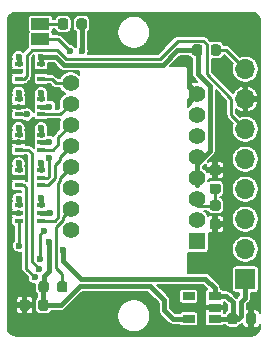
<source format=gbr>
%TF.GenerationSoftware,KiCad,Pcbnew,(5.1.6)-1*%
%TF.CreationDate,2020-10-04T19:05:28+08:00*%
%TF.ProjectId,Ogen,4f67656e-2e6b-4696-9361-645f70636258,rev?*%
%TF.SameCoordinates,Original*%
%TF.FileFunction,Copper,L1,Top*%
%TF.FilePolarity,Positive*%
%FSLAX46Y46*%
G04 Gerber Fmt 4.6, Leading zero omitted, Abs format (unit mm)*
G04 Created by KiCad (PCBNEW (5.1.6)-1) date 2020-10-04 19:05:28*
%MOMM*%
%LPD*%
G01*
G04 APERTURE LIST*
%TA.AperFunction,ComponentPad*%
%ADD10O,1.700000X1.700000*%
%TD*%
%TA.AperFunction,ComponentPad*%
%ADD11R,1.700000X1.700000*%
%TD*%
%TA.AperFunction,SMDPad,CuDef*%
%ADD12R,0.650000X0.400000*%
%TD*%
%TA.AperFunction,ComponentPad*%
%ADD13C,1.400000*%
%TD*%
%TA.AperFunction,ComponentPad*%
%ADD14R,1.400000X1.400000*%
%TD*%
%TA.AperFunction,SMDPad,CuDef*%
%ADD15R,1.060000X0.650000*%
%TD*%
%TA.AperFunction,SMDPad,CuDef*%
%ADD16R,1.500000X1.000000*%
%TD*%
%TA.AperFunction,ViaPad*%
%ADD17C,0.600000*%
%TD*%
%TA.AperFunction,Conductor*%
%ADD18C,0.250000*%
%TD*%
%TA.AperFunction,Conductor*%
%ADD19C,0.400000*%
%TD*%
%TA.AperFunction,Conductor*%
%ADD20C,0.200000*%
%TD*%
G04 APERTURE END LIST*
D10*
%TO.P,J1,8*%
%TO.N,NRESET*%
X44450000Y-21110000D03*
%TO.P,J1,7*%
%TO.N,GND*%
X44450000Y-23650000D03*
%TO.P,J1,6*%
%TO.N,MOT-H*%
X44450000Y-26190000D03*
%TO.P,J1,5*%
%TO.N,SS-H*%
X44450000Y-28730000D03*
%TO.P,J1,4*%
%TO.N,SCLK-H*%
X44450000Y-31270000D03*
%TO.P,J1,3*%
%TO.N,MOSI-H*%
X44450000Y-33810000D03*
%TO.P,J1,2*%
%TO.N,MISO-H*%
X44450000Y-36350000D03*
D11*
%TO.P,J1,1*%
%TO.N,VCC*%
X44450000Y-38890000D03*
%TD*%
%TO.P,R2,2*%
%TO.N,VDD*%
%TA.AperFunction,SMDPad,CuDef*%
G36*
G01*
X30150001Y-17556252D02*
X30150001Y-17043752D01*
G75*
G02*
X30368751Y-16825002I218750J0D01*
G01*
X30806251Y-16825002D01*
G75*
G02*
X31025001Y-17043752I0J-218750D01*
G01*
X31025001Y-17556252D01*
G75*
G02*
X30806251Y-17775002I-218750J0D01*
G01*
X30368751Y-17775002D01*
G75*
G02*
X30150001Y-17556252I0J218750D01*
G01*
G37*
%TD.AperFunction*%
%TO.P,R2,1*%
%TO.N,Net-(JP1-Pad1)*%
%TA.AperFunction,SMDPad,CuDef*%
G36*
G01*
X28575001Y-17556252D02*
X28575001Y-17043752D01*
G75*
G02*
X28793751Y-16825002I218750J0D01*
G01*
X29231251Y-16825002D01*
G75*
G02*
X29450001Y-17043752I0J-218750D01*
G01*
X29450001Y-17556252D01*
G75*
G02*
X29231251Y-17775002I-218750J0D01*
G01*
X28793751Y-17775002D01*
G75*
G02*
X28575001Y-17556252I0J218750D01*
G01*
G37*
%TD.AperFunction*%
%TD*%
D12*
%TO.P,U3,1*%
%TO.N,VCC*%
X25250001Y-32650002D03*
%TO.P,U3,3*%
%TO.N,SS-H*%
X25250001Y-33950002D03*
%TO.P,U3,5*%
%TO.N,VCC*%
X27150001Y-33300002D03*
%TO.P,U3,2*%
%TO.N,GND*%
X25250001Y-33300002D03*
%TO.P,U3,4*%
%TO.N,SS*%
X27150001Y-33950002D03*
%TO.P,U3,6*%
%TO.N,VDD*%
X27150001Y-32650002D03*
%TD*%
D13*
%TO.P,U2,9*%
%TO.N,MOT*%
X29650000Y-22310000D03*
D14*
%TO.P,U2,1*%
%TO.N,Net-(U2-Pad1)*%
X40350000Y-35660000D03*
D13*
%TO.P,U2,10*%
%TO.N,SCLK*%
X29650000Y-24090000D03*
%TO.P,U2,2*%
%TO.N,Net-(U2-Pad2)*%
X40350000Y-33880000D03*
%TO.P,U2,11*%
%TO.N,MOSI*%
X29650000Y-25870000D03*
%TO.P,U2,3*%
%TO.N,Net-(C1-Pad1)*%
X40350000Y-32100000D03*
%TO.P,U2,12*%
%TO.N,MISO*%
X29650000Y-27650000D03*
%TO.P,U2,4*%
%TO.N,VDD*%
X40350000Y-30320000D03*
%TO.P,U2,13*%
%TO.N,SS*%
X29650000Y-29430000D03*
%TO.P,U2,5*%
%TO.N,VDD*%
X40350000Y-28540000D03*
%TO.P,U2,14*%
%TO.N,Net-(U2-Pad14)*%
X29650000Y-31210000D03*
%TO.P,U2,6*%
%TO.N,Net-(U2-Pad6)*%
X40350000Y-26760000D03*
%TO.P,U2,15*%
%TO.N,Net-(R3-Pad2)*%
X29650000Y-32990000D03*
%TO.P,U2,7*%
%TO.N,NRESET*%
X40350000Y-24980000D03*
%TO.P,U2,16*%
%TO.N,Net-(U2-Pad16)*%
X29650000Y-34770000D03*
%TO.P,U2,8*%
%TO.N,GND*%
X40350000Y-23200000D03*
%TD*%
%TO.P,R3,2*%
%TO.N,Net-(R3-Pad2)*%
%TA.AperFunction,SMDPad,CuDef*%
G36*
G01*
X28499997Y-39806252D02*
X28499997Y-39293752D01*
G75*
G02*
X28718747Y-39075002I218750J0D01*
G01*
X29156247Y-39075002D01*
G75*
G02*
X29374997Y-39293752I0J-218750D01*
G01*
X29374997Y-39806252D01*
G75*
G02*
X29156247Y-40025002I-218750J0D01*
G01*
X28718747Y-40025002D01*
G75*
G02*
X28499997Y-39806252I0J218750D01*
G01*
G37*
%TD.AperFunction*%
%TO.P,R3,1*%
%TO.N,VDD*%
%TA.AperFunction,SMDPad,CuDef*%
G36*
G01*
X26924997Y-39806252D02*
X26924997Y-39293752D01*
G75*
G02*
X27143747Y-39075002I218750J0D01*
G01*
X27581247Y-39075002D01*
G75*
G02*
X27799997Y-39293752I0J-218750D01*
G01*
X27799997Y-39806252D01*
G75*
G02*
X27581247Y-40025002I-218750J0D01*
G01*
X27143747Y-40025002D01*
G75*
G02*
X26924997Y-39806252I0J218750D01*
G01*
G37*
%TD.AperFunction*%
%TD*%
D15*
%TO.P,U1,5*%
%TO.N,VDD*%
X39650000Y-42250001D03*
%TO.P,U1,4*%
%TO.N,Net-(U1-Pad4)*%
X39650000Y-40350001D03*
%TO.P,U1,3*%
%TO.N,VCC*%
X41850000Y-40350001D03*
%TO.P,U1,2*%
%TO.N,GND*%
X41850000Y-41300001D03*
%TO.P,U1,1*%
%TO.N,VCC*%
X41850000Y-42250001D03*
%TD*%
D12*
%TO.P,U7,1*%
%TO.N,VCC*%
X25250000Y-20650000D03*
%TO.P,U7,3*%
%TO.N,MOT-H*%
X25250000Y-21950000D03*
%TO.P,U7,5*%
%TO.N,GND*%
X27150000Y-21300000D03*
%TO.P,U7,2*%
X25250000Y-21300000D03*
%TO.P,U7,4*%
%TO.N,MOT*%
X27150000Y-21950000D03*
%TO.P,U7,6*%
%TO.N,VDD*%
X27150000Y-20650000D03*
%TD*%
%TO.P,U6,1*%
%TO.N,VCC*%
X25249999Y-23650000D03*
%TO.P,U6,3*%
%TO.N,SCLK-H*%
X25249999Y-24950000D03*
%TO.P,U6,5*%
%TO.N,VCC*%
X27149999Y-24300000D03*
%TO.P,U6,2*%
%TO.N,GND*%
X25249999Y-24300000D03*
%TO.P,U6,4*%
%TO.N,SCLK*%
X27149999Y-24950000D03*
%TO.P,U6,6*%
%TO.N,VDD*%
X27149999Y-23650000D03*
%TD*%
%TO.P,U5,1*%
%TO.N,VCC*%
X25250000Y-26650000D03*
%TO.P,U5,3*%
%TO.N,MOSI-H*%
X25250000Y-27950000D03*
%TO.P,U5,5*%
%TO.N,VCC*%
X27150000Y-27300000D03*
%TO.P,U5,2*%
%TO.N,GND*%
X25250000Y-27300000D03*
%TO.P,U5,4*%
%TO.N,MOSI*%
X27150000Y-27950000D03*
%TO.P,U5,6*%
%TO.N,VDD*%
X27150000Y-26650000D03*
%TD*%
%TO.P,U4,1*%
%TO.N,VCC*%
X25250001Y-29649999D03*
%TO.P,U4,3*%
%TO.N,MISO-H*%
X25250001Y-30949999D03*
%TO.P,U4,5*%
%TO.N,SS-H*%
X27150001Y-30299999D03*
%TO.P,U4,2*%
%TO.N,GND*%
X25250001Y-30299999D03*
%TO.P,U4,4*%
%TO.N,MISO*%
X27150001Y-30949999D03*
%TO.P,U4,6*%
%TO.N,VDD*%
X27150001Y-29649999D03*
%TD*%
%TO.P,R1,1*%
%TO.N,NRESET*%
%TA.AperFunction,SMDPad,CuDef*%
G36*
G01*
X42374999Y-19243750D02*
X42374999Y-19756250D01*
G75*
G02*
X42156249Y-19975000I-218750J0D01*
G01*
X41718749Y-19975000D01*
G75*
G02*
X41499999Y-19756250I0J218750D01*
G01*
X41499999Y-19243750D01*
G75*
G02*
X41718749Y-19025000I218750J0D01*
G01*
X42156249Y-19025000D01*
G75*
G02*
X42374999Y-19243750I0J-218750D01*
G01*
G37*
%TD.AperFunction*%
%TO.P,R1,2*%
%TO.N,VDD*%
%TA.AperFunction,SMDPad,CuDef*%
G36*
G01*
X40799999Y-19243750D02*
X40799999Y-19756250D01*
G75*
G02*
X40581249Y-19975000I-218750J0D01*
G01*
X40143749Y-19975000D01*
G75*
G02*
X39924999Y-19756250I0J218750D01*
G01*
X39924999Y-19243750D01*
G75*
G02*
X40143749Y-19025000I218750J0D01*
G01*
X40581249Y-19025000D01*
G75*
G02*
X40799999Y-19243750I0J-218750D01*
G01*
G37*
%TD.AperFunction*%
%TD*%
D16*
%TO.P,JP1,1*%
%TO.N,Net-(JP1-Pad1)*%
X27099999Y-17300001D03*
%TO.P,JP1,2*%
%TO.N,MISO*%
X27099999Y-18600001D03*
%TD*%
%TO.P,C4,1*%
%TO.N,VDD*%
%TA.AperFunction,SMDPad,CuDef*%
G36*
G01*
X27775000Y-40843750D02*
X27775000Y-41356250D01*
G75*
G02*
X27556250Y-41575000I-218750J0D01*
G01*
X27118750Y-41575000D01*
G75*
G02*
X26900000Y-41356250I0J218750D01*
G01*
X26900000Y-40843750D01*
G75*
G02*
X27118750Y-40625000I218750J0D01*
G01*
X27556250Y-40625000D01*
G75*
G02*
X27775000Y-40843750I0J-218750D01*
G01*
G37*
%TD.AperFunction*%
%TO.P,C4,2*%
%TO.N,GND*%
%TA.AperFunction,SMDPad,CuDef*%
G36*
G01*
X26200000Y-40843750D02*
X26200000Y-41356250D01*
G75*
G02*
X25981250Y-41575000I-218750J0D01*
G01*
X25543750Y-41575000D01*
G75*
G02*
X25325000Y-41356250I0J218750D01*
G01*
X25325000Y-40843750D01*
G75*
G02*
X25543750Y-40625000I218750J0D01*
G01*
X25981250Y-40625000D01*
G75*
G02*
X26200000Y-40843750I0J-218750D01*
G01*
G37*
%TD.AperFunction*%
%TD*%
%TO.P,C3,1*%
%TO.N,VCC*%
%TA.AperFunction,SMDPad,CuDef*%
G36*
G01*
X42925001Y-42493751D02*
X42925001Y-41981251D01*
G75*
G02*
X43143751Y-41762501I218750J0D01*
G01*
X43581251Y-41762501D01*
G75*
G02*
X43800001Y-41981251I0J-218750D01*
G01*
X43800001Y-42493751D01*
G75*
G02*
X43581251Y-42712501I-218750J0D01*
G01*
X43143751Y-42712501D01*
G75*
G02*
X42925001Y-42493751I0J218750D01*
G01*
G37*
%TD.AperFunction*%
%TO.P,C3,2*%
%TO.N,GND*%
%TA.AperFunction,SMDPad,CuDef*%
G36*
G01*
X44500001Y-42493751D02*
X44500001Y-41981251D01*
G75*
G02*
X44718751Y-41762501I218750J0D01*
G01*
X45156251Y-41762501D01*
G75*
G02*
X45375001Y-41981251I0J-218750D01*
G01*
X45375001Y-42493751D01*
G75*
G02*
X45156251Y-42712501I-218750J0D01*
G01*
X44718751Y-42712501D01*
G75*
G02*
X44500001Y-42493751I0J218750D01*
G01*
G37*
%TD.AperFunction*%
%TD*%
%TO.P,C2,2*%
%TO.N,GND*%
%TA.AperFunction,SMDPad,CuDef*%
G36*
G01*
X41643749Y-33800002D02*
X42156249Y-33800002D01*
G75*
G02*
X42374999Y-34018752I0J-218750D01*
G01*
X42374999Y-34456252D01*
G75*
G02*
X42156249Y-34675002I-218750J0D01*
G01*
X41643749Y-34675002D01*
G75*
G02*
X41424999Y-34456252I0J218750D01*
G01*
X41424999Y-34018752D01*
G75*
G02*
X41643749Y-33800002I218750J0D01*
G01*
G37*
%TD.AperFunction*%
%TO.P,C2,1*%
%TO.N,Net-(C1-Pad1)*%
%TA.AperFunction,SMDPad,CuDef*%
G36*
G01*
X41643749Y-32225002D02*
X42156249Y-32225002D01*
G75*
G02*
X42374999Y-32443752I0J-218750D01*
G01*
X42374999Y-32881252D01*
G75*
G02*
X42156249Y-33100002I-218750J0D01*
G01*
X41643749Y-33100002D01*
G75*
G02*
X41424999Y-32881252I0J218750D01*
G01*
X41424999Y-32443752D01*
G75*
G02*
X41643749Y-32225002I218750J0D01*
G01*
G37*
%TD.AperFunction*%
%TD*%
%TO.P,C1,2*%
%TO.N,GND*%
%TA.AperFunction,SMDPad,CuDef*%
G36*
G01*
X42156249Y-30099999D02*
X41643749Y-30099999D01*
G75*
G02*
X41424999Y-29881249I0J218750D01*
G01*
X41424999Y-29443749D01*
G75*
G02*
X41643749Y-29224999I218750J0D01*
G01*
X42156249Y-29224999D01*
G75*
G02*
X42374999Y-29443749I0J-218750D01*
G01*
X42374999Y-29881249D01*
G75*
G02*
X42156249Y-30099999I-218750J0D01*
G01*
G37*
%TD.AperFunction*%
%TO.P,C1,1*%
%TO.N,Net-(C1-Pad1)*%
%TA.AperFunction,SMDPad,CuDef*%
G36*
G01*
X42156249Y-31674999D02*
X41643749Y-31674999D01*
G75*
G02*
X41424999Y-31456249I0J218750D01*
G01*
X41424999Y-31018749D01*
G75*
G02*
X41643749Y-30799999I218750J0D01*
G01*
X42156249Y-30799999D01*
G75*
G02*
X42374999Y-31018749I0J-218750D01*
G01*
X42374999Y-31456249D01*
G75*
G02*
X42156249Y-31674999I-218750J0D01*
G01*
G37*
%TD.AperFunction*%
%TD*%
D17*
%TO.N,GND*%
X44599999Y-17900000D03*
X26150000Y-27300000D03*
X41650000Y-17149999D03*
X38300002Y-43249998D03*
X41199998Y-43250001D03*
X26099999Y-43250000D03*
X32549999Y-18050001D03*
X30300001Y-43200000D03*
X42650001Y-25600002D03*
X42750003Y-27650001D03*
X43200000Y-32550000D03*
X24900001Y-38400001D03*
X32550001Y-41749998D03*
X39950000Y-41300000D03*
X40699999Y-41300002D03*
X39200000Y-41300002D03*
X38450002Y-41299997D03*
X39100001Y-20600001D03*
X38899998Y-17749996D03*
X42350000Y-21050000D03*
X42200000Y-23500000D03*
X40500000Y-37700002D03*
X27999999Y-21299999D03*
X28000000Y-23150000D03*
X44950000Y-41250000D03*
X44949999Y-43249998D03*
X25200000Y-17950000D03*
X41700001Y-35700003D03*
%TO.N,VCC*%
X25249999Y-26100002D03*
X25249998Y-29099997D03*
X25250000Y-23100000D03*
X25250003Y-32099999D03*
X25249999Y-20099998D03*
X27849999Y-24299997D03*
X27950026Y-33300001D03*
X29050000Y-36450000D03*
X27849999Y-27300000D03*
%TO.N,SS-H*%
X25275001Y-36048416D03*
X27850003Y-28600001D03*
X27099997Y-37150000D03*
X27407843Y-34792158D03*
%TO.N,SCLK-H*%
X25950000Y-24950000D03*
%TO.N,MOSI-H*%
X26946911Y-37996929D03*
%TO.N,MISO-H*%
X26615809Y-38725198D03*
%TO.N,MISO*%
X29595179Y-19604981D03*
%TO.N,VDD*%
X27150003Y-20100003D03*
X27150000Y-23150000D03*
X27150001Y-26100000D03*
X27150001Y-29100000D03*
X27149997Y-32049999D03*
X30587500Y-19587500D03*
X27799998Y-35750003D03*
%TD*%
D18*
%TO.N,Net-(C1-Pad1)*%
X40367498Y-32687500D02*
X40350000Y-32670000D01*
X41900000Y-32662497D02*
X41900000Y-31237500D01*
X40357500Y-32662499D02*
X40350000Y-32670000D01*
X41900000Y-32662497D02*
X40357500Y-32662499D01*
D19*
%TO.N,VCC*%
X25250000Y-26650000D02*
X25249999Y-26100002D01*
X25250000Y-23650003D02*
X25250000Y-23100000D01*
X25249999Y-32649999D02*
X25250003Y-32099999D01*
X25250000Y-29650000D02*
X25249998Y-29099997D01*
X25250002Y-20650000D02*
X25249999Y-20099998D01*
X43362499Y-42237501D02*
X41862500Y-42237498D01*
X27150000Y-24300000D02*
X27849999Y-24299997D01*
X27150000Y-27300000D02*
X27849999Y-27300000D01*
X27150001Y-33300000D02*
X27950026Y-33300001D01*
X41065011Y-38865010D02*
X41850000Y-39650000D01*
X30523958Y-38865009D02*
X41065011Y-38865010D01*
X41850000Y-39650000D02*
X41850000Y-40350000D01*
X29050000Y-36450000D02*
X29050002Y-37391055D01*
X29050002Y-37391055D02*
X30523958Y-38865009D01*
X41862500Y-42237498D02*
X41850000Y-42250000D01*
X41850000Y-40350000D02*
X42850001Y-40350002D01*
X42850001Y-40350002D02*
X43362498Y-40862501D01*
X43362499Y-42237501D02*
X43362498Y-41537500D01*
X43362498Y-40862501D02*
X43362500Y-41212501D01*
X43362500Y-41212501D02*
X43362498Y-41537500D01*
X44100003Y-42000001D02*
X44100001Y-40800002D01*
X44100001Y-40800002D02*
X44449997Y-40450000D01*
X44449997Y-40450000D02*
X44449998Y-38890002D01*
X43862502Y-42237501D02*
X44100003Y-42000001D01*
X43362499Y-42237501D02*
X43862502Y-42237501D01*
D18*
%TO.N,NRESET*%
X42840000Y-19500001D02*
X41937500Y-19500000D01*
X44449999Y-21109999D02*
X42840000Y-19500001D01*
%TO.N,MOT-H*%
X37227546Y-20229982D02*
X38722178Y-18735346D01*
X25930001Y-19969998D02*
X26425000Y-19475001D01*
X25930000Y-21730002D02*
X25930001Y-19969998D01*
X28531476Y-19474999D02*
X29286451Y-20229980D01*
X25710005Y-21950001D02*
X25930000Y-21730002D01*
X25249999Y-21950000D02*
X25710005Y-21950001D01*
X26425000Y-19475001D02*
X28531476Y-19474999D01*
X29286451Y-20229980D02*
X37227546Y-20229982D01*
X41174991Y-19018515D02*
X41174990Y-21532514D01*
X43275000Y-23632525D02*
X43275001Y-25015000D01*
X40856465Y-18699991D02*
X41174991Y-19018515D01*
X43275001Y-25015000D02*
X44450000Y-26190002D01*
X41174990Y-21532514D02*
X43275000Y-23632525D01*
X38757534Y-18699990D02*
X40856465Y-18699991D01*
X37227546Y-20229982D02*
X38757534Y-18699990D01*
%TO.N,SS-H*%
X25250000Y-33950000D02*
X25250001Y-36023416D01*
X25250001Y-36023416D02*
X25275001Y-36048416D01*
X27850002Y-30175002D02*
X27725002Y-30299999D01*
X27725002Y-30299999D02*
X27150001Y-30300001D01*
X27850001Y-28650002D02*
X27850002Y-30175002D01*
X27407843Y-34792158D02*
X27100001Y-35100005D01*
X27100001Y-35100005D02*
X27099997Y-37150000D01*
%TO.N,SCLK-H*%
X25950000Y-24950000D02*
X25250002Y-24950000D01*
%TO.N,MOSI-H*%
X25250001Y-27949999D02*
X26050002Y-27950002D01*
X26350011Y-28250008D02*
X26050002Y-27950002D01*
X26350011Y-37400032D02*
X26946911Y-37996929D01*
X26350012Y-35699989D02*
X26350011Y-37400032D01*
X26350012Y-35699989D02*
X26350011Y-28250008D01*
%TO.N,MISO-H*%
X25900004Y-38009390D02*
X26615809Y-38725198D01*
X25899999Y-31149999D02*
X25700000Y-30950000D01*
X25899999Y-31149999D02*
X25900001Y-36199999D01*
X25700000Y-30950000D02*
X25250000Y-30950000D01*
X25900001Y-36199999D02*
X25900004Y-38009390D01*
%TO.N,Net-(JP1-Pad1)*%
X29012502Y-17300000D02*
X27100002Y-17300000D01*
%TO.N,MISO*%
X28590199Y-18600000D02*
X29595179Y-19604981D01*
X27100001Y-18600001D02*
X28590199Y-18600000D01*
X29650000Y-27649998D02*
X29061411Y-27649998D01*
X27711411Y-30949999D02*
X27150000Y-30950000D01*
X28300009Y-30361401D02*
X27711411Y-30949999D01*
X28724999Y-28574999D02*
X28725000Y-28825000D01*
X28300011Y-29249991D02*
X28300009Y-30361401D01*
X29650000Y-27649998D02*
X28724999Y-28574999D01*
X28725000Y-28825000D02*
X28300011Y-29249991D01*
%TO.N,Net-(R3-Pad2)*%
X29025035Y-33614965D02*
X29650000Y-32990000D01*
X28937500Y-38462502D02*
X28424998Y-37950000D01*
X28937501Y-39550000D02*
X28937500Y-38462502D01*
X28425001Y-34461414D02*
X29025034Y-33861378D01*
X28424998Y-37950000D02*
X28425001Y-34461414D01*
X29025034Y-33861378D02*
X29025035Y-33614965D01*
%TO.N,MOT*%
X27149999Y-21950002D02*
X28050002Y-21949999D01*
X28050002Y-21949999D02*
X28410000Y-22310000D01*
X29650000Y-22310000D02*
X28410000Y-22310000D01*
%TO.N,SCLK*%
X28789999Y-24950000D02*
X27150001Y-24950000D01*
X29650003Y-24090000D02*
X28789999Y-24950000D01*
%TO.N,MOSI*%
X29649999Y-25869999D02*
X29080002Y-25869999D01*
X28624997Y-26895001D02*
X29649999Y-25869999D01*
X28624997Y-27450003D02*
X28624997Y-26895001D01*
X28125005Y-27950000D02*
X28624997Y-27450003D01*
X27150000Y-27950000D02*
X28125005Y-27950000D01*
%TO.N,SS*%
X27150001Y-33950000D02*
X28299998Y-33950001D01*
X28575025Y-33674975D02*
X28299998Y-33950001D01*
X28575023Y-30767976D02*
X28575025Y-33674975D01*
X29650002Y-29430001D02*
X28750020Y-30329980D01*
X28750020Y-30592978D02*
X28575023Y-30767976D01*
X28750020Y-30329980D02*
X28750020Y-30592978D01*
%TO.N,Net-(U2-Pad16)*%
X29612500Y-34412500D02*
X29650000Y-34450002D01*
D19*
%TO.N,VDD*%
X40350001Y-29109999D02*
X40350000Y-30890000D01*
X27150000Y-20650000D02*
X27150003Y-20100003D01*
X27150003Y-23650000D02*
X27150000Y-23150000D01*
X27150000Y-26650000D02*
X27150001Y-26100000D01*
X27150002Y-29649999D02*
X27150001Y-29100000D01*
X41449998Y-28009997D02*
X40350001Y-29109999D01*
X41450001Y-22550001D02*
X41449998Y-28009997D01*
X40400002Y-21499999D02*
X41450001Y-22550001D01*
X40362500Y-19500000D02*
X38700000Y-19500000D01*
X40399999Y-19537498D02*
X40362500Y-19500000D01*
X40400002Y-21499999D02*
X40399999Y-19537498D01*
X38700000Y-19500000D02*
X37445010Y-20754990D01*
X37445010Y-20754990D02*
X29068987Y-20754990D01*
X27412501Y-41075000D02*
X27437500Y-41099997D01*
X27337500Y-39574998D02*
X27362500Y-39550003D01*
X27337500Y-41100000D02*
X27337500Y-39574998D01*
X27150003Y-20100003D02*
X28413997Y-20099999D01*
X29068987Y-20754990D02*
X28413997Y-20099999D01*
X27150000Y-32650000D02*
X27150003Y-32050000D01*
X27150003Y-32050000D02*
X27149997Y-32049999D01*
X30587500Y-17299998D02*
X30587500Y-19587500D01*
X27362500Y-39550003D02*
X27362501Y-38612501D01*
X27799998Y-35750003D02*
X27799999Y-38175001D01*
X27799999Y-38175001D02*
X27362501Y-38612501D01*
X28799999Y-41100000D02*
X27337500Y-41100000D01*
X30434979Y-39465017D02*
X28799999Y-41100000D01*
X39649997Y-42250000D02*
X38313998Y-42250000D01*
X38313998Y-42250000D02*
X37600000Y-41536002D01*
X37600000Y-41536002D02*
X37600000Y-40700000D01*
X37600000Y-40700000D02*
X36365021Y-39465020D01*
X36365021Y-39465020D02*
X30434979Y-39465017D01*
%TD*%
D20*
%TO.N,GND*%
G36*
X45130805Y-16339384D02*
G01*
X45256629Y-16377373D01*
X45372675Y-16439076D01*
X45474532Y-16522148D01*
X45558310Y-16623418D01*
X45620819Y-16739027D01*
X45659686Y-16864586D01*
X45675001Y-17010295D01*
X45675000Y-41747748D01*
X45670661Y-41703691D01*
X45653506Y-41647140D01*
X45625649Y-41595023D01*
X45588160Y-41549342D01*
X45542479Y-41511853D01*
X45490362Y-41483996D01*
X45433811Y-41466841D01*
X45375001Y-41461049D01*
X45162501Y-41462501D01*
X45087501Y-41537501D01*
X45087501Y-42087501D01*
X45107501Y-42087501D01*
X45107501Y-42387501D01*
X45087501Y-42387501D01*
X45087501Y-42937501D01*
X45162501Y-43012501D01*
X45375001Y-43013953D01*
X45433811Y-43008161D01*
X45490362Y-42991006D01*
X45542479Y-42963149D01*
X45588160Y-42925660D01*
X45625649Y-42879979D01*
X45653506Y-42827862D01*
X45670661Y-42771311D01*
X45675000Y-42727254D01*
X45675000Y-42984104D01*
X45660616Y-43130805D01*
X45622627Y-43256629D01*
X45560924Y-43372675D01*
X45477853Y-43474531D01*
X45376586Y-43558307D01*
X45260973Y-43620819D01*
X45135410Y-43659687D01*
X44989716Y-43675000D01*
X25015896Y-43675000D01*
X24869195Y-43660616D01*
X24743371Y-43622627D01*
X24627325Y-43560924D01*
X24525469Y-43477853D01*
X24441693Y-43376586D01*
X24379181Y-43260973D01*
X24340313Y-43135410D01*
X24325000Y-42989716D01*
X24325000Y-41575000D01*
X25023548Y-41575000D01*
X25029340Y-41633810D01*
X25046495Y-41690361D01*
X25074352Y-41742478D01*
X25111841Y-41788159D01*
X25157522Y-41825648D01*
X25209639Y-41853505D01*
X25266190Y-41870660D01*
X25325000Y-41876452D01*
X25537500Y-41875000D01*
X25612500Y-41800000D01*
X25612500Y-41250000D01*
X25912500Y-41250000D01*
X25912500Y-41800000D01*
X25987500Y-41875000D01*
X26200000Y-41876452D01*
X26258810Y-41870660D01*
X26315361Y-41853505D01*
X26367478Y-41825648D01*
X26413159Y-41788159D01*
X26450648Y-41742478D01*
X26478505Y-41690361D01*
X26495660Y-41633810D01*
X26501452Y-41575000D01*
X26500000Y-41325000D01*
X26425000Y-41250000D01*
X25912500Y-41250000D01*
X25612500Y-41250000D01*
X25100000Y-41250000D01*
X25025000Y-41325000D01*
X25023548Y-41575000D01*
X24325000Y-41575000D01*
X24325000Y-40625000D01*
X25023548Y-40625000D01*
X25025000Y-40875000D01*
X25100000Y-40950000D01*
X25612500Y-40950000D01*
X25612500Y-40400000D01*
X25912500Y-40400000D01*
X25912500Y-40950000D01*
X26425000Y-40950000D01*
X26500000Y-40875000D01*
X26501452Y-40625000D01*
X26495660Y-40566190D01*
X26478505Y-40509639D01*
X26450648Y-40457522D01*
X26413159Y-40411841D01*
X26367478Y-40374352D01*
X26315361Y-40346495D01*
X26258810Y-40329340D01*
X26200000Y-40323548D01*
X25987500Y-40325000D01*
X25912500Y-40400000D01*
X25612500Y-40400000D01*
X25537500Y-40325000D01*
X25325000Y-40323548D01*
X25266190Y-40329340D01*
X25209639Y-40346495D01*
X25157522Y-40374352D01*
X25111841Y-40411841D01*
X25074352Y-40457522D01*
X25046495Y-40509639D01*
X25029340Y-40566190D01*
X25023548Y-40625000D01*
X24325000Y-40625000D01*
X24325000Y-30099999D01*
X24623549Y-30099999D01*
X24625001Y-30124999D01*
X24700001Y-30199999D01*
X25100001Y-30199999D01*
X25100001Y-30151450D01*
X25240172Y-30151450D01*
X25250001Y-30152418D01*
X25259829Y-30151450D01*
X25400001Y-30151450D01*
X25400001Y-30199999D01*
X25800001Y-30199999D01*
X25875001Y-30124999D01*
X25876453Y-30099999D01*
X25870661Y-30041189D01*
X25853506Y-29984638D01*
X25848353Y-29974998D01*
X25853505Y-29965359D01*
X25870660Y-29908809D01*
X25876452Y-29849999D01*
X25876452Y-29449999D01*
X25870660Y-29391189D01*
X25853505Y-29334639D01*
X25825648Y-29282522D01*
X25824439Y-29281049D01*
X25826940Y-29275011D01*
X25849998Y-29159092D01*
X25849998Y-29040902D01*
X25826940Y-28924983D01*
X25781711Y-28815790D01*
X25716048Y-28717519D01*
X25632476Y-28633947D01*
X25534205Y-28568284D01*
X25425012Y-28523055D01*
X25309093Y-28499997D01*
X25190903Y-28499997D01*
X25074984Y-28523055D01*
X24965791Y-28568284D01*
X24867520Y-28633947D01*
X24783948Y-28717519D01*
X24718285Y-28815790D01*
X24673056Y-28924983D01*
X24649998Y-29040902D01*
X24649998Y-29159092D01*
X24673056Y-29275011D01*
X24675559Y-29281054D01*
X24674354Y-29282522D01*
X24646497Y-29334639D01*
X24629342Y-29391189D01*
X24623550Y-29449999D01*
X24623550Y-29849999D01*
X24629342Y-29908809D01*
X24646497Y-29965359D01*
X24651649Y-29974998D01*
X24646496Y-29984638D01*
X24629341Y-30041189D01*
X24623549Y-30099999D01*
X24325000Y-30099999D01*
X24325000Y-27100000D01*
X24623548Y-27100000D01*
X24625000Y-27125000D01*
X24700000Y-27200000D01*
X25100000Y-27200000D01*
X25100000Y-27151451D01*
X25240181Y-27151451D01*
X25250000Y-27152418D01*
X25259818Y-27151451D01*
X25400000Y-27151451D01*
X25400000Y-27200000D01*
X25800000Y-27200000D01*
X25875000Y-27125000D01*
X25876452Y-27100000D01*
X25870660Y-27041190D01*
X25853505Y-26984639D01*
X25848352Y-26974999D01*
X25853504Y-26965360D01*
X25870659Y-26908810D01*
X25876451Y-26850000D01*
X25876451Y-26450000D01*
X25870659Y-26391190D01*
X25853504Y-26334640D01*
X25825647Y-26282523D01*
X25824440Y-26281053D01*
X25826941Y-26275016D01*
X25849999Y-26159097D01*
X25849999Y-26040907D01*
X25826941Y-25924988D01*
X25781712Y-25815795D01*
X25716049Y-25717524D01*
X25632477Y-25633952D01*
X25534206Y-25568289D01*
X25425013Y-25523060D01*
X25309094Y-25500002D01*
X25190904Y-25500002D01*
X25074985Y-25523060D01*
X24965792Y-25568289D01*
X24867521Y-25633952D01*
X24783949Y-25717524D01*
X24718286Y-25815795D01*
X24673057Y-25924988D01*
X24649999Y-26040907D01*
X24649999Y-26159097D01*
X24673057Y-26275016D01*
X24675558Y-26281054D01*
X24674353Y-26282523D01*
X24646496Y-26334640D01*
X24629341Y-26391190D01*
X24623549Y-26450000D01*
X24623549Y-26850000D01*
X24629341Y-26908810D01*
X24646496Y-26965360D01*
X24651648Y-26974999D01*
X24646495Y-26984639D01*
X24629340Y-27041190D01*
X24623548Y-27100000D01*
X24325000Y-27100000D01*
X24325000Y-24500000D01*
X24623547Y-24500000D01*
X24629339Y-24558810D01*
X24646494Y-24615361D01*
X24651647Y-24625001D01*
X24646495Y-24634640D01*
X24629340Y-24691190D01*
X24623548Y-24750000D01*
X24623548Y-25150000D01*
X24629340Y-25208810D01*
X24646495Y-25265360D01*
X24674352Y-25317477D01*
X24711841Y-25363158D01*
X24757522Y-25400647D01*
X24809639Y-25428504D01*
X24866189Y-25445659D01*
X24924999Y-25451451D01*
X25574999Y-25451451D01*
X25614658Y-25447545D01*
X25665793Y-25481713D01*
X25774986Y-25526942D01*
X25890905Y-25550000D01*
X26009095Y-25550000D01*
X26125014Y-25526942D01*
X26234207Y-25481713D01*
X26332478Y-25416050D01*
X26416050Y-25332478D01*
X26481713Y-25234207D01*
X26523548Y-25133208D01*
X26523548Y-25150000D01*
X26529340Y-25208810D01*
X26546495Y-25265360D01*
X26574352Y-25317477D01*
X26611841Y-25363158D01*
X26657522Y-25400647D01*
X26709639Y-25428504D01*
X26766189Y-25445659D01*
X26824999Y-25451451D01*
X27474999Y-25451451D01*
X27533809Y-25445659D01*
X27590359Y-25428504D01*
X27642476Y-25400647D01*
X27673727Y-25375000D01*
X28769132Y-25375000D01*
X28777507Y-25375825D01*
X28763811Y-25396322D01*
X28688429Y-25578311D01*
X28650000Y-25771509D01*
X28650000Y-25968491D01*
X28688429Y-26161689D01*
X28708592Y-26210366D01*
X28339236Y-26579722D01*
X28323024Y-26593027D01*
X28269914Y-26657741D01*
X28235002Y-26723058D01*
X28230450Y-26731574D01*
X28206147Y-26811687D01*
X28205716Y-26816068D01*
X28134206Y-26768287D01*
X28025013Y-26723058D01*
X27909094Y-26700000D01*
X27790904Y-26700000D01*
X27776451Y-26702875D01*
X27776451Y-26450000D01*
X27770659Y-26391190D01*
X27753504Y-26334640D01*
X27725647Y-26282523D01*
X27724441Y-26281054D01*
X27726943Y-26275014D01*
X27750001Y-26159095D01*
X27750001Y-26040905D01*
X27726943Y-25924986D01*
X27681714Y-25815793D01*
X27616051Y-25717522D01*
X27532479Y-25633950D01*
X27434208Y-25568287D01*
X27325015Y-25523058D01*
X27209096Y-25500000D01*
X27090906Y-25500000D01*
X26974987Y-25523058D01*
X26865794Y-25568287D01*
X26767523Y-25633950D01*
X26683951Y-25717522D01*
X26618288Y-25815793D01*
X26573059Y-25924986D01*
X26550001Y-26040905D01*
X26550001Y-26159095D01*
X26573059Y-26275014D01*
X26575560Y-26281052D01*
X26574353Y-26282523D01*
X26546496Y-26334640D01*
X26529341Y-26391190D01*
X26523549Y-26450000D01*
X26523549Y-26850000D01*
X26529341Y-26908810D01*
X26546496Y-26965360D01*
X26551649Y-26975000D01*
X26546496Y-26984640D01*
X26529341Y-27041190D01*
X26523549Y-27100000D01*
X26523549Y-27500000D01*
X26529341Y-27558810D01*
X26546496Y-27615360D01*
X26551649Y-27625000D01*
X26546496Y-27634640D01*
X26529341Y-27691190D01*
X26523549Y-27750000D01*
X26523549Y-27822507D01*
X26365283Y-27664244D01*
X26351977Y-27648030D01*
X26287263Y-27594919D01*
X26213430Y-27555455D01*
X26140451Y-27533317D01*
X26133314Y-27531152D01*
X26050000Y-27522947D01*
X26029125Y-27525003D01*
X25873990Y-27525002D01*
X25876452Y-27500000D01*
X25875000Y-27475000D01*
X25800000Y-27400000D01*
X25400000Y-27400000D01*
X25400000Y-27448549D01*
X25100000Y-27448549D01*
X25100000Y-27400000D01*
X24700000Y-27400000D01*
X24625000Y-27475000D01*
X24623548Y-27500000D01*
X24629340Y-27558810D01*
X24646495Y-27615361D01*
X24651648Y-27625001D01*
X24646496Y-27634640D01*
X24629341Y-27691190D01*
X24623549Y-27750000D01*
X24623549Y-28150000D01*
X24629341Y-28208810D01*
X24646496Y-28265360D01*
X24674353Y-28317477D01*
X24711842Y-28363158D01*
X24757523Y-28400647D01*
X24809640Y-28428504D01*
X24866190Y-28445659D01*
X24925000Y-28451451D01*
X25575000Y-28451451D01*
X25633810Y-28445659D01*
X25690360Y-28428504D01*
X25742477Y-28400647D01*
X25773728Y-28375001D01*
X25873962Y-28375001D01*
X25925011Y-28426050D01*
X25925012Y-30588369D01*
X25870528Y-30559247D01*
X25870661Y-30558809D01*
X25876453Y-30499999D01*
X25875001Y-30474999D01*
X25800001Y-30399999D01*
X25400001Y-30399999D01*
X25400001Y-30448548D01*
X25100001Y-30448548D01*
X25100001Y-30399999D01*
X24700001Y-30399999D01*
X24625001Y-30474999D01*
X24623549Y-30499999D01*
X24629341Y-30558809D01*
X24646496Y-30615360D01*
X24651649Y-30625000D01*
X24646497Y-30634639D01*
X24629342Y-30691189D01*
X24623550Y-30749999D01*
X24623550Y-31149999D01*
X24629342Y-31208809D01*
X24646497Y-31265359D01*
X24674354Y-31317476D01*
X24711843Y-31363157D01*
X24757524Y-31400646D01*
X24809641Y-31428503D01*
X24866191Y-31445658D01*
X24925001Y-31451450D01*
X25474999Y-31451450D01*
X25474999Y-31543760D01*
X25425017Y-31523057D01*
X25309098Y-31499999D01*
X25190908Y-31499999D01*
X25074989Y-31523057D01*
X24965796Y-31568286D01*
X24867525Y-31633949D01*
X24783953Y-31717521D01*
X24718290Y-31815792D01*
X24673061Y-31924985D01*
X24650003Y-32040904D01*
X24650003Y-32159094D01*
X24673061Y-32275013D01*
X24675563Y-32281052D01*
X24674354Y-32282525D01*
X24646497Y-32334642D01*
X24629342Y-32391192D01*
X24623550Y-32450002D01*
X24623550Y-32850002D01*
X24629342Y-32908812D01*
X24646497Y-32965362D01*
X24651649Y-32975001D01*
X24646496Y-32984641D01*
X24629341Y-33041192D01*
X24623549Y-33100002D01*
X24625001Y-33125002D01*
X24700001Y-33200002D01*
X25100001Y-33200002D01*
X25100001Y-33151453D01*
X25240209Y-33151453D01*
X25249996Y-33152417D01*
X25259784Y-33151453D01*
X25400001Y-33151453D01*
X25400001Y-33200002D01*
X25420001Y-33200002D01*
X25420001Y-33400002D01*
X25400001Y-33400002D01*
X25400001Y-33448551D01*
X25100001Y-33448551D01*
X25100001Y-33400002D01*
X24700001Y-33400002D01*
X24625001Y-33475002D01*
X24623549Y-33500002D01*
X24629341Y-33558812D01*
X24646496Y-33615363D01*
X24651649Y-33625003D01*
X24646497Y-33634642D01*
X24629342Y-33691192D01*
X24623550Y-33750002D01*
X24623550Y-34150002D01*
X24629342Y-34208812D01*
X24646497Y-34265362D01*
X24674354Y-34317479D01*
X24711843Y-34363160D01*
X24757524Y-34400649D01*
X24809641Y-34428506D01*
X24825000Y-34433165D01*
X24825002Y-35649887D01*
X24808951Y-35665938D01*
X24743288Y-35764209D01*
X24698059Y-35873402D01*
X24675001Y-35989321D01*
X24675001Y-36107511D01*
X24698059Y-36223430D01*
X24743288Y-36332623D01*
X24808951Y-36430894D01*
X24892523Y-36514466D01*
X24990794Y-36580129D01*
X25099987Y-36625358D01*
X25215906Y-36648416D01*
X25334096Y-36648416D01*
X25450015Y-36625358D01*
X25475002Y-36615008D01*
X25475005Y-37988514D01*
X25472949Y-38009390D01*
X25481154Y-38092703D01*
X25505456Y-38172816D01*
X25544920Y-38246649D01*
X25584723Y-38295149D01*
X25584726Y-38295152D01*
X25598031Y-38311364D01*
X25614242Y-38324668D01*
X26015809Y-38726237D01*
X26015809Y-38784293D01*
X26038867Y-38900212D01*
X26084096Y-39009405D01*
X26149759Y-39107676D01*
X26233331Y-39191248D01*
X26331602Y-39256911D01*
X26440795Y-39302140D01*
X26556714Y-39325198D01*
X26623546Y-39325198D01*
X26623546Y-39806252D01*
X26633542Y-39907738D01*
X26663144Y-40005324D01*
X26711216Y-40095260D01*
X26775909Y-40174090D01*
X26837501Y-40224636D01*
X26837500Y-40407072D01*
X26829742Y-40411219D01*
X26750912Y-40475912D01*
X26686219Y-40554742D01*
X26638147Y-40644678D01*
X26608545Y-40742264D01*
X26598549Y-40843750D01*
X26598549Y-41356250D01*
X26608545Y-41457736D01*
X26638147Y-41555322D01*
X26686219Y-41645258D01*
X26750912Y-41724088D01*
X26829742Y-41788781D01*
X26919678Y-41836853D01*
X27017264Y-41866455D01*
X27118750Y-41876451D01*
X27556250Y-41876451D01*
X27657736Y-41866455D01*
X27672059Y-41862110D01*
X33600001Y-41862110D01*
X33600001Y-42137886D01*
X33653802Y-42408363D01*
X33759337Y-42663147D01*
X33912550Y-42892446D01*
X34107553Y-43087449D01*
X34336852Y-43240662D01*
X34591636Y-43346197D01*
X34862113Y-43399998D01*
X35137889Y-43399998D01*
X35408366Y-43346197D01*
X35663150Y-43240662D01*
X35892449Y-43087449D01*
X36087452Y-42892446D01*
X36240665Y-42663147D01*
X36346200Y-42408363D01*
X36400001Y-42137886D01*
X36400001Y-41862110D01*
X36346200Y-41591633D01*
X36240665Y-41336849D01*
X36087452Y-41107550D01*
X35892449Y-40912547D01*
X35663150Y-40759334D01*
X35408366Y-40653799D01*
X35137889Y-40599998D01*
X34862113Y-40599998D01*
X34591636Y-40653799D01*
X34336852Y-40759334D01*
X34107553Y-40912547D01*
X33912550Y-41107550D01*
X33759337Y-41336849D01*
X33653802Y-41591633D01*
X33600001Y-41862110D01*
X27672059Y-41862110D01*
X27755322Y-41836853D01*
X27845258Y-41788781D01*
X27924088Y-41724088D01*
X27988781Y-41645258D01*
X28012972Y-41600000D01*
X28775439Y-41600000D01*
X28799999Y-41602419D01*
X28824557Y-41600000D01*
X28824559Y-41600000D01*
X28898016Y-41592765D01*
X28992266Y-41564175D01*
X29079128Y-41517746D01*
X29155263Y-41455264D01*
X29170924Y-41436181D01*
X30642087Y-39965016D01*
X36157915Y-39965020D01*
X37100001Y-40907107D01*
X37100000Y-41511441D01*
X37097581Y-41536002D01*
X37107235Y-41634019D01*
X37111020Y-41646497D01*
X37135825Y-41728268D01*
X37182254Y-41815131D01*
X37244736Y-41891266D01*
X37263824Y-41906931D01*
X37943078Y-42586187D01*
X37958734Y-42605264D01*
X38034869Y-42667746D01*
X38121731Y-42714175D01*
X38198628Y-42737501D01*
X38215981Y-42742765D01*
X38313998Y-42752419D01*
X38338558Y-42750000D01*
X38875526Y-42750000D01*
X38906842Y-42788159D01*
X38952523Y-42825648D01*
X39004640Y-42853505D01*
X39061190Y-42870660D01*
X39120000Y-42876452D01*
X40180000Y-42876452D01*
X40238810Y-42870660D01*
X40295360Y-42853505D01*
X40347477Y-42825648D01*
X40393158Y-42788159D01*
X40430647Y-42742478D01*
X40458504Y-42690361D01*
X40475659Y-42633811D01*
X40481451Y-42575001D01*
X40481451Y-41925001D01*
X40475659Y-41866191D01*
X40458504Y-41809641D01*
X40430647Y-41757524D01*
X40393158Y-41711843D01*
X40347477Y-41674354D01*
X40295360Y-41646497D01*
X40238810Y-41629342D01*
X40180000Y-41623550D01*
X39120000Y-41623550D01*
X39061190Y-41629342D01*
X39004640Y-41646497D01*
X38952523Y-41674354D01*
X38906842Y-41711843D01*
X38875528Y-41750000D01*
X38521105Y-41750000D01*
X38100000Y-41328897D01*
X38100000Y-40724560D01*
X38102419Y-40700000D01*
X38092765Y-40601983D01*
X38081907Y-40566190D01*
X38064175Y-40507733D01*
X38017746Y-40420871D01*
X37955264Y-40344736D01*
X37936187Y-40329080D01*
X37632108Y-40025001D01*
X38818549Y-40025001D01*
X38818549Y-40675001D01*
X38824341Y-40733811D01*
X38841496Y-40790361D01*
X38869353Y-40842478D01*
X38906842Y-40888159D01*
X38952523Y-40925648D01*
X39004640Y-40953505D01*
X39061190Y-40970660D01*
X39120000Y-40976452D01*
X40180000Y-40976452D01*
X40238810Y-40970660D01*
X40295360Y-40953505D01*
X40347477Y-40925648D01*
X40393158Y-40888159D01*
X40430647Y-40842478D01*
X40458504Y-40790361D01*
X40475659Y-40733811D01*
X40481451Y-40675001D01*
X40481451Y-40025001D01*
X40475659Y-39966191D01*
X40458504Y-39909641D01*
X40430647Y-39857524D01*
X40393158Y-39811843D01*
X40347477Y-39774354D01*
X40295360Y-39746497D01*
X40238810Y-39729342D01*
X40180000Y-39723550D01*
X39120000Y-39723550D01*
X39061190Y-39729342D01*
X39004640Y-39746497D01*
X38952523Y-39774354D01*
X38906842Y-39811843D01*
X38869353Y-39857524D01*
X38841496Y-39909641D01*
X38824341Y-39966191D01*
X38818549Y-40025001D01*
X37632108Y-40025001D01*
X36972115Y-39365009D01*
X40857905Y-39365010D01*
X41231303Y-39738409D01*
X41204640Y-39746497D01*
X41152523Y-39774354D01*
X41106842Y-39811843D01*
X41069353Y-39857524D01*
X41041496Y-39909641D01*
X41024341Y-39966191D01*
X41018549Y-40025001D01*
X41018549Y-40675001D01*
X41024341Y-40733811D01*
X41041496Y-40790361D01*
X41060011Y-40825000D01*
X41041495Y-40859640D01*
X41024340Y-40916191D01*
X41018548Y-40975001D01*
X41020000Y-41075001D01*
X41095000Y-41150001D01*
X41700000Y-41150001D01*
X41700000Y-41130001D01*
X42000000Y-41130001D01*
X42000000Y-41150001D01*
X42605000Y-41150001D01*
X42680000Y-41075001D01*
X42681452Y-40975001D01*
X42675660Y-40916191D01*
X42661106Y-40868214D01*
X42862500Y-41069609D01*
X42862501Y-41187938D01*
X42862498Y-41512937D01*
X42862498Y-41544575D01*
X42854743Y-41548720D01*
X42775913Y-41613413D01*
X42711220Y-41692243D01*
X42687029Y-41737500D01*
X42659373Y-41737500D01*
X42675660Y-41683811D01*
X42681452Y-41625001D01*
X42680000Y-41525001D01*
X42605000Y-41450001D01*
X42000000Y-41450001D01*
X42000000Y-41470001D01*
X41700000Y-41470001D01*
X41700000Y-41450001D01*
X41095000Y-41450001D01*
X41020000Y-41525001D01*
X41018548Y-41625001D01*
X41024340Y-41683811D01*
X41041495Y-41740362D01*
X41060011Y-41775002D01*
X41041496Y-41809641D01*
X41024341Y-41866191D01*
X41018549Y-41925001D01*
X41018549Y-42575001D01*
X41024341Y-42633811D01*
X41041496Y-42690361D01*
X41069353Y-42742478D01*
X41106842Y-42788159D01*
X41152523Y-42825648D01*
X41204640Y-42853505D01*
X41261190Y-42870660D01*
X41320000Y-42876452D01*
X42380000Y-42876452D01*
X42438810Y-42870660D01*
X42495360Y-42853505D01*
X42547477Y-42825648D01*
X42593158Y-42788159D01*
X42630647Y-42742478D01*
X42633308Y-42737499D01*
X42687028Y-42737499D01*
X42711220Y-42782759D01*
X42775913Y-42861589D01*
X42854743Y-42926282D01*
X42944679Y-42974354D01*
X43042265Y-43003956D01*
X43143751Y-43013952D01*
X43581251Y-43013952D01*
X43682737Y-43003956D01*
X43780323Y-42974354D01*
X43870259Y-42926282D01*
X43949089Y-42861589D01*
X44013782Y-42782759D01*
X44058063Y-42699915D01*
X44141631Y-42655247D01*
X44199156Y-42608038D01*
X44198549Y-42712501D01*
X44204341Y-42771311D01*
X44221496Y-42827862D01*
X44249353Y-42879979D01*
X44286842Y-42925660D01*
X44332523Y-42963149D01*
X44384640Y-42991006D01*
X44441191Y-43008161D01*
X44500001Y-43013953D01*
X44712501Y-43012501D01*
X44787501Y-42937501D01*
X44787501Y-42387501D01*
X44767501Y-42387501D01*
X44767501Y-42087501D01*
X44787501Y-42087501D01*
X44787501Y-41537501D01*
X44712501Y-41462501D01*
X44600002Y-41461732D01*
X44600001Y-41007106D01*
X44786187Y-40820917D01*
X44805260Y-40805264D01*
X44820916Y-40786187D01*
X44820919Y-40786184D01*
X44867745Y-40729126D01*
X44914173Y-40642265D01*
X44942762Y-40548014D01*
X44952415Y-40449996D01*
X44949996Y-40425439D01*
X44949997Y-40041451D01*
X45300000Y-40041451D01*
X45358810Y-40035659D01*
X45415360Y-40018504D01*
X45467477Y-39990647D01*
X45513158Y-39953158D01*
X45550647Y-39907477D01*
X45578504Y-39855360D01*
X45595659Y-39798810D01*
X45601451Y-39740000D01*
X45601451Y-38040000D01*
X45595659Y-37981190D01*
X45578504Y-37924640D01*
X45550647Y-37872523D01*
X45513158Y-37826842D01*
X45467477Y-37789353D01*
X45415360Y-37761496D01*
X45358810Y-37744341D01*
X45300000Y-37738549D01*
X43600000Y-37738549D01*
X43541190Y-37744341D01*
X43484640Y-37761496D01*
X43432523Y-37789353D01*
X43386842Y-37826842D01*
X43349353Y-37872523D01*
X43321496Y-37924640D01*
X43304341Y-37981190D01*
X43298549Y-38040000D01*
X43298549Y-39740000D01*
X43304341Y-39798810D01*
X43321496Y-39855360D01*
X43349353Y-39907477D01*
X43386842Y-39953158D01*
X43432523Y-39990647D01*
X43484640Y-40018504D01*
X43541190Y-40035659D01*
X43600000Y-40041451D01*
X43949998Y-40041451D01*
X43949997Y-40242896D01*
X43763816Y-40429082D01*
X43744737Y-40444739D01*
X43703232Y-40495313D01*
X43698684Y-40491581D01*
X43220922Y-40013817D01*
X43205265Y-39994739D01*
X43144106Y-39944547D01*
X43129130Y-39932257D01*
X43042269Y-39885828D01*
X42948018Y-39857238D01*
X42850001Y-39847583D01*
X42825432Y-39850003D01*
X42624474Y-39850002D01*
X42593158Y-39811843D01*
X42547477Y-39774354D01*
X42495360Y-39746497D01*
X42438810Y-39729342D01*
X42380000Y-39723550D01*
X42350000Y-39723550D01*
X42350000Y-39674560D01*
X42352419Y-39650000D01*
X42342765Y-39551983D01*
X42342180Y-39550054D01*
X42314175Y-39457733D01*
X42267746Y-39370871D01*
X42205264Y-39294736D01*
X42186187Y-39279080D01*
X41435931Y-38528824D01*
X41420275Y-38509747D01*
X41393701Y-38487938D01*
X41344140Y-38447265D01*
X41257279Y-38400836D01*
X41163028Y-38372246D01*
X41065011Y-38362591D01*
X41040441Y-38365011D01*
X39625000Y-38365011D01*
X39625000Y-36658989D01*
X39650000Y-36661451D01*
X41050000Y-36661451D01*
X41108810Y-36655659D01*
X41165360Y-36638504D01*
X41217477Y-36610647D01*
X41263158Y-36573158D01*
X41300647Y-36527477D01*
X41328504Y-36475360D01*
X41345659Y-36418810D01*
X41351451Y-36360000D01*
X41351451Y-36236735D01*
X43300000Y-36236735D01*
X43300000Y-36463265D01*
X43344194Y-36685443D01*
X43430884Y-36894729D01*
X43556737Y-37083082D01*
X43716918Y-37243263D01*
X43905271Y-37369116D01*
X44114557Y-37455806D01*
X44336735Y-37500000D01*
X44563265Y-37500000D01*
X44785443Y-37455806D01*
X44994729Y-37369116D01*
X45183082Y-37243263D01*
X45343263Y-37083082D01*
X45469116Y-36894729D01*
X45555806Y-36685443D01*
X45600000Y-36463265D01*
X45600000Y-36236735D01*
X45555806Y-36014557D01*
X45469116Y-35805271D01*
X45343263Y-35616918D01*
X45183082Y-35456737D01*
X44994729Y-35330884D01*
X44785443Y-35244194D01*
X44563265Y-35200000D01*
X44336735Y-35200000D01*
X44114557Y-35244194D01*
X43905271Y-35330884D01*
X43716918Y-35456737D01*
X43556737Y-35616918D01*
X43430884Y-35805271D01*
X43344194Y-36014557D01*
X43300000Y-36236735D01*
X41351451Y-36236735D01*
X41351451Y-34966191D01*
X41366189Y-34970662D01*
X41424999Y-34976454D01*
X41674999Y-34975002D01*
X41749999Y-34900002D01*
X41749999Y-34387502D01*
X42049999Y-34387502D01*
X42049999Y-34900002D01*
X42124999Y-34975002D01*
X42374999Y-34976454D01*
X42433809Y-34970662D01*
X42490360Y-34953507D01*
X42542477Y-34925650D01*
X42588158Y-34888161D01*
X42625647Y-34842480D01*
X42653504Y-34790363D01*
X42670659Y-34733812D01*
X42676451Y-34675002D01*
X42674999Y-34462502D01*
X42599999Y-34387502D01*
X42049999Y-34387502D01*
X41749999Y-34387502D01*
X41729999Y-34387502D01*
X41729999Y-34087502D01*
X41749999Y-34087502D01*
X41749999Y-33575002D01*
X42049999Y-33575002D01*
X42049999Y-34087502D01*
X42599999Y-34087502D01*
X42674999Y-34012502D01*
X42676451Y-33800002D01*
X42670659Y-33741192D01*
X42657173Y-33696735D01*
X43300000Y-33696735D01*
X43300000Y-33923265D01*
X43344194Y-34145443D01*
X43430884Y-34354729D01*
X43556737Y-34543082D01*
X43716918Y-34703263D01*
X43905271Y-34829116D01*
X44114557Y-34915806D01*
X44336735Y-34960000D01*
X44563265Y-34960000D01*
X44785443Y-34915806D01*
X44994729Y-34829116D01*
X45183082Y-34703263D01*
X45343263Y-34543082D01*
X45469116Y-34354729D01*
X45555806Y-34145443D01*
X45600000Y-33923265D01*
X45600000Y-33696735D01*
X45555806Y-33474557D01*
X45469116Y-33265271D01*
X45343263Y-33076918D01*
X45183082Y-32916737D01*
X44994729Y-32790884D01*
X44785443Y-32704194D01*
X44563265Y-32660000D01*
X44336735Y-32660000D01*
X44114557Y-32704194D01*
X43905271Y-32790884D01*
X43716918Y-32916737D01*
X43556737Y-33076918D01*
X43430884Y-33265271D01*
X43344194Y-33474557D01*
X43300000Y-33696735D01*
X42657173Y-33696735D01*
X42653504Y-33684641D01*
X42625647Y-33632524D01*
X42588158Y-33586843D01*
X42542477Y-33549354D01*
X42490360Y-33521497D01*
X42433809Y-33504342D01*
X42374999Y-33498550D01*
X42124999Y-33500002D01*
X42049999Y-33575002D01*
X41749999Y-33575002D01*
X41674999Y-33500002D01*
X41424999Y-33498550D01*
X41366189Y-33504342D01*
X41309638Y-33521497D01*
X41288562Y-33532762D01*
X41236189Y-33406322D01*
X41126751Y-33242537D01*
X40987463Y-33103249D01*
X40963890Y-33087498D01*
X41166980Y-33087497D01*
X41211218Y-33170260D01*
X41275911Y-33249090D01*
X41354741Y-33313783D01*
X41444677Y-33361855D01*
X41542263Y-33391457D01*
X41643749Y-33401453D01*
X42156249Y-33401453D01*
X42257735Y-33391457D01*
X42355321Y-33361855D01*
X42445257Y-33313783D01*
X42524087Y-33249090D01*
X42588780Y-33170260D01*
X42636852Y-33080324D01*
X42666454Y-32982738D01*
X42676450Y-32881252D01*
X42676450Y-32443752D01*
X42666454Y-32342266D01*
X42636852Y-32244680D01*
X42588780Y-32154744D01*
X42524087Y-32075914D01*
X42445257Y-32011221D01*
X42355321Y-31963149D01*
X42325000Y-31953951D01*
X42325000Y-31946050D01*
X42355321Y-31936852D01*
X42445257Y-31888780D01*
X42524087Y-31824087D01*
X42588780Y-31745257D01*
X42636852Y-31655321D01*
X42666454Y-31557735D01*
X42676450Y-31456249D01*
X42676450Y-31156735D01*
X43300000Y-31156735D01*
X43300000Y-31383265D01*
X43344194Y-31605443D01*
X43430884Y-31814729D01*
X43556737Y-32003082D01*
X43716918Y-32163263D01*
X43905271Y-32289116D01*
X44114557Y-32375806D01*
X44336735Y-32420000D01*
X44563265Y-32420000D01*
X44785443Y-32375806D01*
X44994729Y-32289116D01*
X45183082Y-32163263D01*
X45343263Y-32003082D01*
X45469116Y-31814729D01*
X45555806Y-31605443D01*
X45600000Y-31383265D01*
X45600000Y-31156735D01*
X45555806Y-30934557D01*
X45469116Y-30725271D01*
X45343263Y-30536918D01*
X45183082Y-30376737D01*
X44994729Y-30250884D01*
X44785443Y-30164194D01*
X44563265Y-30120000D01*
X44336735Y-30120000D01*
X44114557Y-30164194D01*
X43905271Y-30250884D01*
X43716918Y-30376737D01*
X43556737Y-30536918D01*
X43430884Y-30725271D01*
X43344194Y-30934557D01*
X43300000Y-31156735D01*
X42676450Y-31156735D01*
X42676450Y-31018749D01*
X42666454Y-30917263D01*
X42636852Y-30819677D01*
X42588780Y-30729741D01*
X42524087Y-30650911D01*
X42445257Y-30586218D01*
X42355321Y-30538146D01*
X42257735Y-30508544D01*
X42156249Y-30498548D01*
X41643749Y-30498548D01*
X41542263Y-30508544D01*
X41444677Y-30538146D01*
X41354741Y-30586218D01*
X41305323Y-30626774D01*
X41311571Y-30611689D01*
X41350000Y-30418491D01*
X41350000Y-30390748D01*
X41366189Y-30395659D01*
X41424999Y-30401451D01*
X41674999Y-30399999D01*
X41749999Y-30324999D01*
X41749999Y-29812499D01*
X42049999Y-29812499D01*
X42049999Y-30324999D01*
X42124999Y-30399999D01*
X42374999Y-30401451D01*
X42433809Y-30395659D01*
X42490360Y-30378504D01*
X42542477Y-30350647D01*
X42588158Y-30313158D01*
X42625647Y-30267477D01*
X42653504Y-30215360D01*
X42670659Y-30158809D01*
X42676451Y-30099999D01*
X42674999Y-29887499D01*
X42599999Y-29812499D01*
X42049999Y-29812499D01*
X41749999Y-29812499D01*
X41213589Y-29812499D01*
X41126751Y-29682537D01*
X40987463Y-29543249D01*
X40850001Y-29451399D01*
X40850001Y-29408601D01*
X40987463Y-29316751D01*
X41126751Y-29177463D01*
X41128484Y-29174869D01*
X41123547Y-29224999D01*
X41124999Y-29437499D01*
X41199999Y-29512499D01*
X41749999Y-29512499D01*
X41749999Y-28999999D01*
X42049999Y-28999999D01*
X42049999Y-29512499D01*
X42599999Y-29512499D01*
X42674999Y-29437499D01*
X42676451Y-29224999D01*
X42670659Y-29166189D01*
X42653504Y-29109638D01*
X42625647Y-29057521D01*
X42588158Y-29011840D01*
X42542477Y-28974351D01*
X42490360Y-28946494D01*
X42433809Y-28929339D01*
X42374999Y-28923547D01*
X42124999Y-28924999D01*
X42049999Y-28999999D01*
X41749999Y-28999999D01*
X41674999Y-28924999D01*
X41424999Y-28923547D01*
X41366189Y-28929339D01*
X41309638Y-28946494D01*
X41257521Y-28974351D01*
X41249882Y-28980620D01*
X41294711Y-28872393D01*
X41550367Y-28616735D01*
X43300000Y-28616735D01*
X43300000Y-28843265D01*
X43344194Y-29065443D01*
X43430884Y-29274729D01*
X43556737Y-29463082D01*
X43716918Y-29623263D01*
X43905271Y-29749116D01*
X44114557Y-29835806D01*
X44336735Y-29880000D01*
X44563265Y-29880000D01*
X44785443Y-29835806D01*
X44994729Y-29749116D01*
X45183082Y-29623263D01*
X45343263Y-29463082D01*
X45469116Y-29274729D01*
X45555806Y-29065443D01*
X45600000Y-28843265D01*
X45600000Y-28616735D01*
X45555806Y-28394557D01*
X45469116Y-28185271D01*
X45343263Y-27996918D01*
X45183082Y-27836737D01*
X44994729Y-27710884D01*
X44785443Y-27624194D01*
X44563265Y-27580000D01*
X44336735Y-27580000D01*
X44114557Y-27624194D01*
X43905271Y-27710884D01*
X43716918Y-27836737D01*
X43556737Y-27996918D01*
X43430884Y-28185271D01*
X43344194Y-28394557D01*
X43300000Y-28616735D01*
X41550367Y-28616735D01*
X41786190Y-28380912D01*
X41805261Y-28365261D01*
X41820912Y-28346190D01*
X41820918Y-28346184D01*
X41867744Y-28289126D01*
X41914172Y-28202265D01*
X41942763Y-28108014D01*
X41952417Y-28009997D01*
X41949997Y-27985430D01*
X41950001Y-22908566D01*
X42850000Y-23808566D01*
X42850002Y-24994124D01*
X42847946Y-25015000D01*
X42856151Y-25098313D01*
X42880453Y-25178426D01*
X42880454Y-25178427D01*
X42919918Y-25252260D01*
X42973028Y-25316974D01*
X42989245Y-25330283D01*
X43393788Y-25734828D01*
X43344194Y-25854557D01*
X43300000Y-26076735D01*
X43300000Y-26303265D01*
X43344194Y-26525443D01*
X43430884Y-26734729D01*
X43556737Y-26923082D01*
X43716918Y-27083263D01*
X43905271Y-27209116D01*
X44114557Y-27295806D01*
X44336735Y-27340000D01*
X44563265Y-27340000D01*
X44785443Y-27295806D01*
X44994729Y-27209116D01*
X45183082Y-27083263D01*
X45343263Y-26923082D01*
X45469116Y-26734729D01*
X45555806Y-26525443D01*
X45600000Y-26303265D01*
X45600000Y-26076735D01*
X45555806Y-25854557D01*
X45469116Y-25645271D01*
X45343263Y-25456918D01*
X45183082Y-25296737D01*
X44994729Y-25170884D01*
X44785443Y-25084194D01*
X44563265Y-25040000D01*
X44336735Y-25040000D01*
X44114557Y-25084194D01*
X43994828Y-25133788D01*
X43700001Y-24838960D01*
X43700000Y-24517778D01*
X43726361Y-24543791D01*
X43914635Y-24667792D01*
X44123483Y-24752680D01*
X44300000Y-24715183D01*
X44300000Y-23800000D01*
X44600000Y-23800000D01*
X44600000Y-24715183D01*
X44776517Y-24752680D01*
X44985365Y-24667792D01*
X45173639Y-24543791D01*
X45334104Y-24385442D01*
X45460594Y-24198831D01*
X45548247Y-23991128D01*
X45552672Y-23976516D01*
X45514483Y-23800000D01*
X44600000Y-23800000D01*
X44300000Y-23800000D01*
X44280000Y-23800000D01*
X44280000Y-23500000D01*
X44300000Y-23500000D01*
X44300000Y-22584817D01*
X44600000Y-22584817D01*
X44600000Y-23500000D01*
X45514483Y-23500000D01*
X45552672Y-23323484D01*
X45548247Y-23308872D01*
X45460594Y-23101169D01*
X45334104Y-22914558D01*
X45173639Y-22756209D01*
X44985365Y-22632208D01*
X44776517Y-22547320D01*
X44600000Y-22584817D01*
X44300000Y-22584817D01*
X44123483Y-22547320D01*
X43914635Y-22632208D01*
X43726361Y-22756209D01*
X43565896Y-22914558D01*
X43439406Y-23101169D01*
X43411296Y-23167780D01*
X41599989Y-21356473D01*
X41599990Y-20261215D01*
X41617263Y-20266455D01*
X41718749Y-20276451D01*
X42156249Y-20276451D01*
X42257735Y-20266455D01*
X42355321Y-20236853D01*
X42445257Y-20188781D01*
X42524087Y-20124088D01*
X42588780Y-20045258D01*
X42636852Y-19955322D01*
X42646050Y-19925001D01*
X42663960Y-19925001D01*
X43393788Y-20654828D01*
X43344194Y-20774557D01*
X43300000Y-20996735D01*
X43300000Y-21223265D01*
X43344194Y-21445443D01*
X43430884Y-21654729D01*
X43556737Y-21843082D01*
X43716918Y-22003263D01*
X43905271Y-22129116D01*
X44114557Y-22215806D01*
X44336735Y-22260000D01*
X44563265Y-22260000D01*
X44785443Y-22215806D01*
X44994729Y-22129116D01*
X45183082Y-22003263D01*
X45343263Y-21843082D01*
X45469116Y-21654729D01*
X45555806Y-21445443D01*
X45600000Y-21223265D01*
X45600000Y-20996735D01*
X45555806Y-20774557D01*
X45469116Y-20565271D01*
X45343263Y-20376918D01*
X45183082Y-20216737D01*
X44994729Y-20090884D01*
X44785443Y-20004194D01*
X44563265Y-19960000D01*
X44336735Y-19960000D01*
X44114557Y-20004194D01*
X43994828Y-20053788D01*
X43155279Y-19214240D01*
X43141974Y-19198028D01*
X43122731Y-19182235D01*
X43094188Y-19158811D01*
X43077260Y-19144918D01*
X43003427Y-19105454D01*
X43003420Y-19105452D01*
X42923314Y-19081151D01*
X42840000Y-19072946D01*
X42819124Y-19075002D01*
X42646050Y-19075002D01*
X42636852Y-19044678D01*
X42588780Y-18954742D01*
X42524087Y-18875912D01*
X42445257Y-18811219D01*
X42355321Y-18763147D01*
X42257735Y-18733545D01*
X42156249Y-18723549D01*
X41718749Y-18723549D01*
X41617263Y-18733545D01*
X41519677Y-18763147D01*
X41516574Y-18764805D01*
X41515444Y-18763428D01*
X41490270Y-18732753D01*
X41490265Y-18732748D01*
X41476965Y-18716542D01*
X41460757Y-18703240D01*
X41171743Y-18414229D01*
X41158439Y-18398018D01*
X41142227Y-18384713D01*
X41142224Y-18384710D01*
X41119946Y-18366427D01*
X41093725Y-18344908D01*
X41019892Y-18305444D01*
X41019890Y-18305443D01*
X40939777Y-18281141D01*
X40856464Y-18272936D01*
X40835588Y-18274992D01*
X38778408Y-18274990D01*
X38757533Y-18272934D01*
X38674219Y-18281140D01*
X38625615Y-18295884D01*
X38594108Y-18305442D01*
X38520275Y-18344906D01*
X38512943Y-18350923D01*
X38471773Y-18384710D01*
X38471767Y-18384716D01*
X38455561Y-18398016D01*
X38442260Y-18414223D01*
X38436417Y-18420066D01*
X37051506Y-19804983D01*
X31146852Y-19804981D01*
X31164442Y-19762514D01*
X31187500Y-19646595D01*
X31187500Y-19528405D01*
X31164442Y-19412486D01*
X31119213Y-19303293D01*
X31087500Y-19255831D01*
X31087500Y-17992930D01*
X31095259Y-17988783D01*
X31174089Y-17924090D01*
X31224950Y-17862114D01*
X33599999Y-17862114D01*
X33599999Y-18137890D01*
X33653800Y-18408367D01*
X33759335Y-18663151D01*
X33912548Y-18892450D01*
X34107551Y-19087453D01*
X34336850Y-19240666D01*
X34591634Y-19346201D01*
X34862111Y-19400002D01*
X35137887Y-19400002D01*
X35408364Y-19346201D01*
X35663148Y-19240666D01*
X35892447Y-19087453D01*
X36087450Y-18892450D01*
X36240663Y-18663151D01*
X36346198Y-18408367D01*
X36399999Y-18137890D01*
X36399999Y-17862114D01*
X36346198Y-17591637D01*
X36240663Y-17336853D01*
X36087450Y-17107554D01*
X35892447Y-16912551D01*
X35663148Y-16759338D01*
X35408364Y-16653803D01*
X35137887Y-16600002D01*
X34862111Y-16600002D01*
X34591634Y-16653803D01*
X34336850Y-16759338D01*
X34107551Y-16912551D01*
X33912548Y-17107554D01*
X33759335Y-17336853D01*
X33653800Y-17591637D01*
X33599999Y-17862114D01*
X31224950Y-17862114D01*
X31238782Y-17845260D01*
X31286854Y-17755324D01*
X31316456Y-17657738D01*
X31326452Y-17556252D01*
X31326452Y-17043752D01*
X31316456Y-16942266D01*
X31286854Y-16844680D01*
X31238782Y-16754744D01*
X31174089Y-16675914D01*
X31095259Y-16611221D01*
X31005323Y-16563149D01*
X30907737Y-16533547D01*
X30806251Y-16523551D01*
X30368751Y-16523551D01*
X30267265Y-16533547D01*
X30169679Y-16563149D01*
X30079743Y-16611221D01*
X30000913Y-16675914D01*
X29936220Y-16754744D01*
X29888148Y-16844680D01*
X29858546Y-16942266D01*
X29848550Y-17043752D01*
X29848550Y-17556252D01*
X29858546Y-17657738D01*
X29888148Y-17755324D01*
X29936220Y-17845260D01*
X30000913Y-17924090D01*
X30079743Y-17988783D01*
X30087500Y-17992929D01*
X30087501Y-19255830D01*
X30085499Y-19258826D01*
X30061229Y-19222503D01*
X29977657Y-19138931D01*
X29879386Y-19073268D01*
X29770193Y-19028039D01*
X29654274Y-19004981D01*
X29596220Y-19004981D01*
X28905477Y-18314238D01*
X28892172Y-18298026D01*
X28827458Y-18244916D01*
X28753625Y-18205452D01*
X28697815Y-18188522D01*
X28673513Y-18181150D01*
X28665100Y-18180321D01*
X28611072Y-18175000D01*
X28611066Y-18175000D01*
X28590199Y-18172945D01*
X28569332Y-18175000D01*
X28151450Y-18175001D01*
X28151450Y-18100001D01*
X28145658Y-18041191D01*
X28128503Y-17984641D01*
X28109988Y-17950001D01*
X28128503Y-17915361D01*
X28145658Y-17858811D01*
X28151450Y-17800001D01*
X28151450Y-17725000D01*
X28303949Y-17725000D01*
X28313148Y-17755324D01*
X28361220Y-17845260D01*
X28425913Y-17924090D01*
X28504743Y-17988783D01*
X28594679Y-18036855D01*
X28692265Y-18066457D01*
X28793751Y-18076453D01*
X29231251Y-18076453D01*
X29332737Y-18066457D01*
X29430323Y-18036855D01*
X29520259Y-17988783D01*
X29599089Y-17924090D01*
X29663782Y-17845260D01*
X29711854Y-17755324D01*
X29741456Y-17657738D01*
X29751452Y-17556252D01*
X29751452Y-17043752D01*
X29741456Y-16942266D01*
X29711854Y-16844680D01*
X29663782Y-16754744D01*
X29599089Y-16675914D01*
X29520259Y-16611221D01*
X29430323Y-16563149D01*
X29332737Y-16533547D01*
X29231251Y-16523551D01*
X28793751Y-16523551D01*
X28692265Y-16533547D01*
X28594679Y-16563149D01*
X28504743Y-16611221D01*
X28425913Y-16675914D01*
X28361220Y-16754744D01*
X28313148Y-16844680D01*
X28303951Y-16875000D01*
X28151450Y-16875000D01*
X28151450Y-16800001D01*
X28145658Y-16741191D01*
X28128503Y-16684641D01*
X28100646Y-16632524D01*
X28063157Y-16586843D01*
X28017476Y-16549354D01*
X27965359Y-16521497D01*
X27908809Y-16504342D01*
X27849999Y-16498550D01*
X26349999Y-16498550D01*
X26291189Y-16504342D01*
X26234639Y-16521497D01*
X26182522Y-16549354D01*
X26136841Y-16586843D01*
X26099352Y-16632524D01*
X26071495Y-16684641D01*
X26054340Y-16741191D01*
X26048548Y-16800001D01*
X26048548Y-17800001D01*
X26054340Y-17858811D01*
X26071495Y-17915361D01*
X26090010Y-17950001D01*
X26071495Y-17984641D01*
X26054340Y-18041191D01*
X26048548Y-18100001D01*
X26048548Y-19100001D01*
X26054340Y-19158811D01*
X26071495Y-19215361D01*
X26075711Y-19223249D01*
X25648745Y-19650216D01*
X25632477Y-19633948D01*
X25534206Y-19568285D01*
X25425013Y-19523056D01*
X25309094Y-19499998D01*
X25190904Y-19499998D01*
X25074985Y-19523056D01*
X24965792Y-19568285D01*
X24867521Y-19633948D01*
X24783949Y-19717520D01*
X24718286Y-19815791D01*
X24673057Y-19924984D01*
X24649999Y-20040903D01*
X24649999Y-20159093D01*
X24673057Y-20275012D01*
X24675559Y-20281053D01*
X24674353Y-20282523D01*
X24646496Y-20334640D01*
X24629341Y-20391190D01*
X24623549Y-20450000D01*
X24623549Y-20850000D01*
X24629341Y-20908810D01*
X24646496Y-20965360D01*
X24651648Y-20974999D01*
X24646495Y-20984639D01*
X24629340Y-21041190D01*
X24623548Y-21100000D01*
X24625000Y-21125000D01*
X24700000Y-21200000D01*
X25100000Y-21200000D01*
X25100000Y-21151451D01*
X25240185Y-21151451D01*
X25250004Y-21152418D01*
X25259822Y-21151451D01*
X25400000Y-21151451D01*
X25400000Y-21200000D01*
X25420000Y-21200000D01*
X25420000Y-21400000D01*
X25400000Y-21400000D01*
X25400000Y-21448549D01*
X25100000Y-21448549D01*
X25100000Y-21400000D01*
X24700000Y-21400000D01*
X24625000Y-21475000D01*
X24623548Y-21500000D01*
X24629340Y-21558810D01*
X24646495Y-21615361D01*
X24651648Y-21625001D01*
X24646496Y-21634640D01*
X24629341Y-21691190D01*
X24623549Y-21750000D01*
X24623549Y-22150000D01*
X24629341Y-22208810D01*
X24646496Y-22265360D01*
X24674353Y-22317477D01*
X24711842Y-22363158D01*
X24757523Y-22400647D01*
X24809640Y-22428504D01*
X24866190Y-22445659D01*
X24925000Y-22451451D01*
X25575000Y-22451451D01*
X25633810Y-22445659D01*
X25690360Y-22428504D01*
X25742477Y-22400647D01*
X25779571Y-22370205D01*
X25793318Y-22368851D01*
X25793321Y-22368850D01*
X25793322Y-22368850D01*
X25812085Y-22363158D01*
X25873431Y-22344549D01*
X25947264Y-22305085D01*
X26011978Y-22251975D01*
X26025285Y-22235760D01*
X26215764Y-22045279D01*
X26231973Y-22031976D01*
X26245278Y-22015764D01*
X26245283Y-22015759D01*
X26264155Y-21992763D01*
X26285083Y-21967262D01*
X26324547Y-21893429D01*
X26324549Y-21893426D01*
X26348851Y-21813313D01*
X26357055Y-21729998D01*
X26354999Y-21709124D01*
X26355001Y-20146039D01*
X26572318Y-19928723D01*
X26550003Y-20040908D01*
X26550003Y-20159098D01*
X26573061Y-20275017D01*
X26575561Y-20281052D01*
X26574353Y-20282523D01*
X26546496Y-20334640D01*
X26529341Y-20391190D01*
X26523549Y-20450000D01*
X26523549Y-20850000D01*
X26529341Y-20908810D01*
X26546496Y-20965360D01*
X26551648Y-20974999D01*
X26546495Y-20984639D01*
X26529340Y-21041190D01*
X26523548Y-21100000D01*
X26525000Y-21125000D01*
X26600000Y-21200000D01*
X27000000Y-21200000D01*
X27000000Y-21151451D01*
X27140180Y-21151451D01*
X27149998Y-21152418D01*
X27159817Y-21151451D01*
X27300000Y-21151451D01*
X27300000Y-21200000D01*
X27700000Y-21200000D01*
X27775000Y-21125000D01*
X27776452Y-21100000D01*
X27770660Y-21041190D01*
X27753505Y-20984639D01*
X27748352Y-20974999D01*
X27753504Y-20965360D01*
X27770659Y-20908810D01*
X27776451Y-20850000D01*
X27776451Y-20600001D01*
X28206890Y-20599999D01*
X28698067Y-21091176D01*
X28713723Y-21110254D01*
X28789858Y-21172736D01*
X28876720Y-21219165D01*
X28970970Y-21247755D01*
X29044427Y-21254990D01*
X29044436Y-21254990D01*
X29068986Y-21257408D01*
X29093536Y-21254990D01*
X30375001Y-21254990D01*
X30375001Y-21620787D01*
X30287463Y-21533249D01*
X30123678Y-21423811D01*
X29941689Y-21348429D01*
X29748491Y-21310000D01*
X29551509Y-21310000D01*
X29358311Y-21348429D01*
X29176322Y-21423811D01*
X29012537Y-21533249D01*
X28873249Y-21672537D01*
X28763811Y-21836322D01*
X28743648Y-21885000D01*
X28586042Y-21885000D01*
X28365281Y-21664238D01*
X28351974Y-21648024D01*
X28335763Y-21634720D01*
X28287263Y-21594917D01*
X28287261Y-21594916D01*
X28287260Y-21594915D01*
X28257989Y-21579270D01*
X28213430Y-21555452D01*
X28133317Y-21531149D01*
X28108077Y-21528663D01*
X28070874Y-21524999D01*
X28070870Y-21524999D01*
X28050003Y-21522944D01*
X28029135Y-21524999D01*
X27773990Y-21525000D01*
X27776452Y-21500000D01*
X27775000Y-21475000D01*
X27700000Y-21400000D01*
X27300000Y-21400000D01*
X27300000Y-21448549D01*
X27000000Y-21448549D01*
X27000000Y-21400000D01*
X26600000Y-21400000D01*
X26525000Y-21475000D01*
X26523548Y-21500000D01*
X26529340Y-21558810D01*
X26546495Y-21615361D01*
X26551648Y-21625001D01*
X26546496Y-21634640D01*
X26529341Y-21691190D01*
X26523549Y-21750000D01*
X26523549Y-22150000D01*
X26529341Y-22208810D01*
X26546496Y-22265360D01*
X26574353Y-22317477D01*
X26611842Y-22363158D01*
X26657523Y-22400647D01*
X26709640Y-22428504D01*
X26766190Y-22445659D01*
X26825000Y-22451451D01*
X27475000Y-22451451D01*
X27533810Y-22445659D01*
X27590360Y-22428504D01*
X27642477Y-22400647D01*
X27673729Y-22375000D01*
X27873961Y-22374999D01*
X28094719Y-22595760D01*
X28108026Y-22611974D01*
X28172740Y-22665084D01*
X28246573Y-22704548D01*
X28326686Y-22728850D01*
X28389126Y-22735000D01*
X28389134Y-22735000D01*
X28409998Y-22737055D01*
X28430865Y-22735000D01*
X28743648Y-22735000D01*
X28763811Y-22783678D01*
X28873249Y-22947463D01*
X29012537Y-23086751D01*
X29176322Y-23196189D01*
X29185523Y-23200000D01*
X29176322Y-23203811D01*
X29012537Y-23313249D01*
X28873249Y-23452537D01*
X28763811Y-23616322D01*
X28688429Y-23798311D01*
X28650000Y-23991509D01*
X28650000Y-24188491D01*
X28688429Y-24381689D01*
X28708593Y-24430368D01*
X28613960Y-24525000D01*
X28406235Y-24525000D01*
X28426941Y-24475011D01*
X28449999Y-24359092D01*
X28449999Y-24240902D01*
X28426941Y-24124983D01*
X28381712Y-24015790D01*
X28316049Y-23917519D01*
X28232477Y-23833947D01*
X28134206Y-23768284D01*
X28025013Y-23723055D01*
X27909094Y-23699997D01*
X27790904Y-23699997D01*
X27776450Y-23702872D01*
X27776450Y-23450000D01*
X27770658Y-23391190D01*
X27753503Y-23334640D01*
X27732750Y-23295814D01*
X27750000Y-23209095D01*
X27750000Y-23090905D01*
X27726942Y-22974986D01*
X27681713Y-22865793D01*
X27616050Y-22767522D01*
X27532478Y-22683950D01*
X27434207Y-22618287D01*
X27325014Y-22573058D01*
X27209095Y-22550000D01*
X27090905Y-22550000D01*
X26974986Y-22573058D01*
X26865793Y-22618287D01*
X26767522Y-22683950D01*
X26683950Y-22767522D01*
X26618287Y-22865793D01*
X26573058Y-22974986D01*
X26550000Y-23090905D01*
X26550000Y-23209095D01*
X26567249Y-23295811D01*
X26546495Y-23334640D01*
X26529340Y-23391190D01*
X26523548Y-23450000D01*
X26523548Y-23850000D01*
X26529340Y-23908810D01*
X26546495Y-23965360D01*
X26551648Y-23975000D01*
X26546495Y-23984640D01*
X26529340Y-24041190D01*
X26523548Y-24100000D01*
X26523548Y-24500000D01*
X26529340Y-24558810D01*
X26546495Y-24615360D01*
X26551648Y-24625000D01*
X26546495Y-24634640D01*
X26529340Y-24691190D01*
X26523548Y-24750000D01*
X26523548Y-24766792D01*
X26481713Y-24665793D01*
X26416050Y-24567522D01*
X26332478Y-24483950D01*
X26234207Y-24418287D01*
X26125014Y-24373058D01*
X26009095Y-24350000D01*
X25890905Y-24350000D01*
X25774986Y-24373058D01*
X25709942Y-24400000D01*
X25399999Y-24400000D01*
X25399999Y-24448549D01*
X25099999Y-24448549D01*
X25099999Y-24400000D01*
X24699999Y-24400000D01*
X24624999Y-24475000D01*
X24623547Y-24500000D01*
X24325000Y-24500000D01*
X24325000Y-24100000D01*
X24623547Y-24100000D01*
X24624999Y-24125000D01*
X24699999Y-24200000D01*
X25099999Y-24200000D01*
X25099999Y-24151451D01*
X25240141Y-24151451D01*
X25250000Y-24152422D01*
X25259858Y-24151451D01*
X25399999Y-24151451D01*
X25399999Y-24200000D01*
X25799999Y-24200000D01*
X25874999Y-24125000D01*
X25876451Y-24100000D01*
X25870659Y-24041190D01*
X25853504Y-23984639D01*
X25848351Y-23974999D01*
X25853503Y-23965360D01*
X25870658Y-23908810D01*
X25876450Y-23850000D01*
X25876450Y-23450000D01*
X25870658Y-23391190D01*
X25853503Y-23334640D01*
X25825646Y-23282523D01*
X25824440Y-23281054D01*
X25826942Y-23275014D01*
X25850000Y-23159095D01*
X25850000Y-23040905D01*
X25826942Y-22924986D01*
X25781713Y-22815793D01*
X25716050Y-22717522D01*
X25632478Y-22633950D01*
X25534207Y-22568287D01*
X25425014Y-22523058D01*
X25309095Y-22500000D01*
X25190905Y-22500000D01*
X25074986Y-22523058D01*
X24965793Y-22568287D01*
X24867522Y-22633950D01*
X24783950Y-22717522D01*
X24718287Y-22815793D01*
X24673058Y-22924986D01*
X24650000Y-23040905D01*
X24650000Y-23159095D01*
X24673058Y-23275014D01*
X24675559Y-23281052D01*
X24674352Y-23282523D01*
X24646495Y-23334640D01*
X24629340Y-23391190D01*
X24623548Y-23450000D01*
X24623548Y-23850000D01*
X24629340Y-23908810D01*
X24646495Y-23965360D01*
X24651647Y-23974999D01*
X24646494Y-23984639D01*
X24629339Y-24041190D01*
X24623547Y-24100000D01*
X24325000Y-24100000D01*
X24325000Y-17015897D01*
X24339384Y-16869195D01*
X24377373Y-16743371D01*
X24439076Y-16627325D01*
X24522148Y-16525468D01*
X24623418Y-16441690D01*
X24739027Y-16379181D01*
X24864586Y-16340314D01*
X25010285Y-16325000D01*
X44984103Y-16325000D01*
X45130805Y-16339384D01*
G37*
X45130805Y-16339384D02*
X45256629Y-16377373D01*
X45372675Y-16439076D01*
X45474532Y-16522148D01*
X45558310Y-16623418D01*
X45620819Y-16739027D01*
X45659686Y-16864586D01*
X45675001Y-17010295D01*
X45675000Y-41747748D01*
X45670661Y-41703691D01*
X45653506Y-41647140D01*
X45625649Y-41595023D01*
X45588160Y-41549342D01*
X45542479Y-41511853D01*
X45490362Y-41483996D01*
X45433811Y-41466841D01*
X45375001Y-41461049D01*
X45162501Y-41462501D01*
X45087501Y-41537501D01*
X45087501Y-42087501D01*
X45107501Y-42087501D01*
X45107501Y-42387501D01*
X45087501Y-42387501D01*
X45087501Y-42937501D01*
X45162501Y-43012501D01*
X45375001Y-43013953D01*
X45433811Y-43008161D01*
X45490362Y-42991006D01*
X45542479Y-42963149D01*
X45588160Y-42925660D01*
X45625649Y-42879979D01*
X45653506Y-42827862D01*
X45670661Y-42771311D01*
X45675000Y-42727254D01*
X45675000Y-42984104D01*
X45660616Y-43130805D01*
X45622627Y-43256629D01*
X45560924Y-43372675D01*
X45477853Y-43474531D01*
X45376586Y-43558307D01*
X45260973Y-43620819D01*
X45135410Y-43659687D01*
X44989716Y-43675000D01*
X25015896Y-43675000D01*
X24869195Y-43660616D01*
X24743371Y-43622627D01*
X24627325Y-43560924D01*
X24525469Y-43477853D01*
X24441693Y-43376586D01*
X24379181Y-43260973D01*
X24340313Y-43135410D01*
X24325000Y-42989716D01*
X24325000Y-41575000D01*
X25023548Y-41575000D01*
X25029340Y-41633810D01*
X25046495Y-41690361D01*
X25074352Y-41742478D01*
X25111841Y-41788159D01*
X25157522Y-41825648D01*
X25209639Y-41853505D01*
X25266190Y-41870660D01*
X25325000Y-41876452D01*
X25537500Y-41875000D01*
X25612500Y-41800000D01*
X25612500Y-41250000D01*
X25912500Y-41250000D01*
X25912500Y-41800000D01*
X25987500Y-41875000D01*
X26200000Y-41876452D01*
X26258810Y-41870660D01*
X26315361Y-41853505D01*
X26367478Y-41825648D01*
X26413159Y-41788159D01*
X26450648Y-41742478D01*
X26478505Y-41690361D01*
X26495660Y-41633810D01*
X26501452Y-41575000D01*
X26500000Y-41325000D01*
X26425000Y-41250000D01*
X25912500Y-41250000D01*
X25612500Y-41250000D01*
X25100000Y-41250000D01*
X25025000Y-41325000D01*
X25023548Y-41575000D01*
X24325000Y-41575000D01*
X24325000Y-40625000D01*
X25023548Y-40625000D01*
X25025000Y-40875000D01*
X25100000Y-40950000D01*
X25612500Y-40950000D01*
X25612500Y-40400000D01*
X25912500Y-40400000D01*
X25912500Y-40950000D01*
X26425000Y-40950000D01*
X26500000Y-40875000D01*
X26501452Y-40625000D01*
X26495660Y-40566190D01*
X26478505Y-40509639D01*
X26450648Y-40457522D01*
X26413159Y-40411841D01*
X26367478Y-40374352D01*
X26315361Y-40346495D01*
X26258810Y-40329340D01*
X26200000Y-40323548D01*
X25987500Y-40325000D01*
X25912500Y-40400000D01*
X25612500Y-40400000D01*
X25537500Y-40325000D01*
X25325000Y-40323548D01*
X25266190Y-40329340D01*
X25209639Y-40346495D01*
X25157522Y-40374352D01*
X25111841Y-40411841D01*
X25074352Y-40457522D01*
X25046495Y-40509639D01*
X25029340Y-40566190D01*
X25023548Y-40625000D01*
X24325000Y-40625000D01*
X24325000Y-30099999D01*
X24623549Y-30099999D01*
X24625001Y-30124999D01*
X24700001Y-30199999D01*
X25100001Y-30199999D01*
X25100001Y-30151450D01*
X25240172Y-30151450D01*
X25250001Y-30152418D01*
X25259829Y-30151450D01*
X25400001Y-30151450D01*
X25400001Y-30199999D01*
X25800001Y-30199999D01*
X25875001Y-30124999D01*
X25876453Y-30099999D01*
X25870661Y-30041189D01*
X25853506Y-29984638D01*
X25848353Y-29974998D01*
X25853505Y-29965359D01*
X25870660Y-29908809D01*
X25876452Y-29849999D01*
X25876452Y-29449999D01*
X25870660Y-29391189D01*
X25853505Y-29334639D01*
X25825648Y-29282522D01*
X25824439Y-29281049D01*
X25826940Y-29275011D01*
X25849998Y-29159092D01*
X25849998Y-29040902D01*
X25826940Y-28924983D01*
X25781711Y-28815790D01*
X25716048Y-28717519D01*
X25632476Y-28633947D01*
X25534205Y-28568284D01*
X25425012Y-28523055D01*
X25309093Y-28499997D01*
X25190903Y-28499997D01*
X25074984Y-28523055D01*
X24965791Y-28568284D01*
X24867520Y-28633947D01*
X24783948Y-28717519D01*
X24718285Y-28815790D01*
X24673056Y-28924983D01*
X24649998Y-29040902D01*
X24649998Y-29159092D01*
X24673056Y-29275011D01*
X24675559Y-29281054D01*
X24674354Y-29282522D01*
X24646497Y-29334639D01*
X24629342Y-29391189D01*
X24623550Y-29449999D01*
X24623550Y-29849999D01*
X24629342Y-29908809D01*
X24646497Y-29965359D01*
X24651649Y-29974998D01*
X24646496Y-29984638D01*
X24629341Y-30041189D01*
X24623549Y-30099999D01*
X24325000Y-30099999D01*
X24325000Y-27100000D01*
X24623548Y-27100000D01*
X24625000Y-27125000D01*
X24700000Y-27200000D01*
X25100000Y-27200000D01*
X25100000Y-27151451D01*
X25240181Y-27151451D01*
X25250000Y-27152418D01*
X25259818Y-27151451D01*
X25400000Y-27151451D01*
X25400000Y-27200000D01*
X25800000Y-27200000D01*
X25875000Y-27125000D01*
X25876452Y-27100000D01*
X25870660Y-27041190D01*
X25853505Y-26984639D01*
X25848352Y-26974999D01*
X25853504Y-26965360D01*
X25870659Y-26908810D01*
X25876451Y-26850000D01*
X25876451Y-26450000D01*
X25870659Y-26391190D01*
X25853504Y-26334640D01*
X25825647Y-26282523D01*
X25824440Y-26281053D01*
X25826941Y-26275016D01*
X25849999Y-26159097D01*
X25849999Y-26040907D01*
X25826941Y-25924988D01*
X25781712Y-25815795D01*
X25716049Y-25717524D01*
X25632477Y-25633952D01*
X25534206Y-25568289D01*
X25425013Y-25523060D01*
X25309094Y-25500002D01*
X25190904Y-25500002D01*
X25074985Y-25523060D01*
X24965792Y-25568289D01*
X24867521Y-25633952D01*
X24783949Y-25717524D01*
X24718286Y-25815795D01*
X24673057Y-25924988D01*
X24649999Y-26040907D01*
X24649999Y-26159097D01*
X24673057Y-26275016D01*
X24675558Y-26281054D01*
X24674353Y-26282523D01*
X24646496Y-26334640D01*
X24629341Y-26391190D01*
X24623549Y-26450000D01*
X24623549Y-26850000D01*
X24629341Y-26908810D01*
X24646496Y-26965360D01*
X24651648Y-26974999D01*
X24646495Y-26984639D01*
X24629340Y-27041190D01*
X24623548Y-27100000D01*
X24325000Y-27100000D01*
X24325000Y-24500000D01*
X24623547Y-24500000D01*
X24629339Y-24558810D01*
X24646494Y-24615361D01*
X24651647Y-24625001D01*
X24646495Y-24634640D01*
X24629340Y-24691190D01*
X24623548Y-24750000D01*
X24623548Y-25150000D01*
X24629340Y-25208810D01*
X24646495Y-25265360D01*
X24674352Y-25317477D01*
X24711841Y-25363158D01*
X24757522Y-25400647D01*
X24809639Y-25428504D01*
X24866189Y-25445659D01*
X24924999Y-25451451D01*
X25574999Y-25451451D01*
X25614658Y-25447545D01*
X25665793Y-25481713D01*
X25774986Y-25526942D01*
X25890905Y-25550000D01*
X26009095Y-25550000D01*
X26125014Y-25526942D01*
X26234207Y-25481713D01*
X26332478Y-25416050D01*
X26416050Y-25332478D01*
X26481713Y-25234207D01*
X26523548Y-25133208D01*
X26523548Y-25150000D01*
X26529340Y-25208810D01*
X26546495Y-25265360D01*
X26574352Y-25317477D01*
X26611841Y-25363158D01*
X26657522Y-25400647D01*
X26709639Y-25428504D01*
X26766189Y-25445659D01*
X26824999Y-25451451D01*
X27474999Y-25451451D01*
X27533809Y-25445659D01*
X27590359Y-25428504D01*
X27642476Y-25400647D01*
X27673727Y-25375000D01*
X28769132Y-25375000D01*
X28777507Y-25375825D01*
X28763811Y-25396322D01*
X28688429Y-25578311D01*
X28650000Y-25771509D01*
X28650000Y-25968491D01*
X28688429Y-26161689D01*
X28708592Y-26210366D01*
X28339236Y-26579722D01*
X28323024Y-26593027D01*
X28269914Y-26657741D01*
X28235002Y-26723058D01*
X28230450Y-26731574D01*
X28206147Y-26811687D01*
X28205716Y-26816068D01*
X28134206Y-26768287D01*
X28025013Y-26723058D01*
X27909094Y-26700000D01*
X27790904Y-26700000D01*
X27776451Y-26702875D01*
X27776451Y-26450000D01*
X27770659Y-26391190D01*
X27753504Y-26334640D01*
X27725647Y-26282523D01*
X27724441Y-26281054D01*
X27726943Y-26275014D01*
X27750001Y-26159095D01*
X27750001Y-26040905D01*
X27726943Y-25924986D01*
X27681714Y-25815793D01*
X27616051Y-25717522D01*
X27532479Y-25633950D01*
X27434208Y-25568287D01*
X27325015Y-25523058D01*
X27209096Y-25500000D01*
X27090906Y-25500000D01*
X26974987Y-25523058D01*
X26865794Y-25568287D01*
X26767523Y-25633950D01*
X26683951Y-25717522D01*
X26618288Y-25815793D01*
X26573059Y-25924986D01*
X26550001Y-26040905D01*
X26550001Y-26159095D01*
X26573059Y-26275014D01*
X26575560Y-26281052D01*
X26574353Y-26282523D01*
X26546496Y-26334640D01*
X26529341Y-26391190D01*
X26523549Y-26450000D01*
X26523549Y-26850000D01*
X26529341Y-26908810D01*
X26546496Y-26965360D01*
X26551649Y-26975000D01*
X26546496Y-26984640D01*
X26529341Y-27041190D01*
X26523549Y-27100000D01*
X26523549Y-27500000D01*
X26529341Y-27558810D01*
X26546496Y-27615360D01*
X26551649Y-27625000D01*
X26546496Y-27634640D01*
X26529341Y-27691190D01*
X26523549Y-27750000D01*
X26523549Y-27822507D01*
X26365283Y-27664244D01*
X26351977Y-27648030D01*
X26287263Y-27594919D01*
X26213430Y-27555455D01*
X26140451Y-27533317D01*
X26133314Y-27531152D01*
X26050000Y-27522947D01*
X26029125Y-27525003D01*
X25873990Y-27525002D01*
X25876452Y-27500000D01*
X25875000Y-27475000D01*
X25800000Y-27400000D01*
X25400000Y-27400000D01*
X25400000Y-27448549D01*
X25100000Y-27448549D01*
X25100000Y-27400000D01*
X24700000Y-27400000D01*
X24625000Y-27475000D01*
X24623548Y-27500000D01*
X24629340Y-27558810D01*
X24646495Y-27615361D01*
X24651648Y-27625001D01*
X24646496Y-27634640D01*
X24629341Y-27691190D01*
X24623549Y-27750000D01*
X24623549Y-28150000D01*
X24629341Y-28208810D01*
X24646496Y-28265360D01*
X24674353Y-28317477D01*
X24711842Y-28363158D01*
X24757523Y-28400647D01*
X24809640Y-28428504D01*
X24866190Y-28445659D01*
X24925000Y-28451451D01*
X25575000Y-28451451D01*
X25633810Y-28445659D01*
X25690360Y-28428504D01*
X25742477Y-28400647D01*
X25773728Y-28375001D01*
X25873962Y-28375001D01*
X25925011Y-28426050D01*
X25925012Y-30588369D01*
X25870528Y-30559247D01*
X25870661Y-30558809D01*
X25876453Y-30499999D01*
X25875001Y-30474999D01*
X25800001Y-30399999D01*
X25400001Y-30399999D01*
X25400001Y-30448548D01*
X25100001Y-30448548D01*
X25100001Y-30399999D01*
X24700001Y-30399999D01*
X24625001Y-30474999D01*
X24623549Y-30499999D01*
X24629341Y-30558809D01*
X24646496Y-30615360D01*
X24651649Y-30625000D01*
X24646497Y-30634639D01*
X24629342Y-30691189D01*
X24623550Y-30749999D01*
X24623550Y-31149999D01*
X24629342Y-31208809D01*
X24646497Y-31265359D01*
X24674354Y-31317476D01*
X24711843Y-31363157D01*
X24757524Y-31400646D01*
X24809641Y-31428503D01*
X24866191Y-31445658D01*
X24925001Y-31451450D01*
X25474999Y-31451450D01*
X25474999Y-31543760D01*
X25425017Y-31523057D01*
X25309098Y-31499999D01*
X25190908Y-31499999D01*
X25074989Y-31523057D01*
X24965796Y-31568286D01*
X24867525Y-31633949D01*
X24783953Y-31717521D01*
X24718290Y-31815792D01*
X24673061Y-31924985D01*
X24650003Y-32040904D01*
X24650003Y-32159094D01*
X24673061Y-32275013D01*
X24675563Y-32281052D01*
X24674354Y-32282525D01*
X24646497Y-32334642D01*
X24629342Y-32391192D01*
X24623550Y-32450002D01*
X24623550Y-32850002D01*
X24629342Y-32908812D01*
X24646497Y-32965362D01*
X24651649Y-32975001D01*
X24646496Y-32984641D01*
X24629341Y-33041192D01*
X24623549Y-33100002D01*
X24625001Y-33125002D01*
X24700001Y-33200002D01*
X25100001Y-33200002D01*
X25100001Y-33151453D01*
X25240209Y-33151453D01*
X25249996Y-33152417D01*
X25259784Y-33151453D01*
X25400001Y-33151453D01*
X25400001Y-33200002D01*
X25420001Y-33200002D01*
X25420001Y-33400002D01*
X25400001Y-33400002D01*
X25400001Y-33448551D01*
X25100001Y-33448551D01*
X25100001Y-33400002D01*
X24700001Y-33400002D01*
X24625001Y-33475002D01*
X24623549Y-33500002D01*
X24629341Y-33558812D01*
X24646496Y-33615363D01*
X24651649Y-33625003D01*
X24646497Y-33634642D01*
X24629342Y-33691192D01*
X24623550Y-33750002D01*
X24623550Y-34150002D01*
X24629342Y-34208812D01*
X24646497Y-34265362D01*
X24674354Y-34317479D01*
X24711843Y-34363160D01*
X24757524Y-34400649D01*
X24809641Y-34428506D01*
X24825000Y-34433165D01*
X24825002Y-35649887D01*
X24808951Y-35665938D01*
X24743288Y-35764209D01*
X24698059Y-35873402D01*
X24675001Y-35989321D01*
X24675001Y-36107511D01*
X24698059Y-36223430D01*
X24743288Y-36332623D01*
X24808951Y-36430894D01*
X24892523Y-36514466D01*
X24990794Y-36580129D01*
X25099987Y-36625358D01*
X25215906Y-36648416D01*
X25334096Y-36648416D01*
X25450015Y-36625358D01*
X25475002Y-36615008D01*
X25475005Y-37988514D01*
X25472949Y-38009390D01*
X25481154Y-38092703D01*
X25505456Y-38172816D01*
X25544920Y-38246649D01*
X25584723Y-38295149D01*
X25584726Y-38295152D01*
X25598031Y-38311364D01*
X25614242Y-38324668D01*
X26015809Y-38726237D01*
X26015809Y-38784293D01*
X26038867Y-38900212D01*
X26084096Y-39009405D01*
X26149759Y-39107676D01*
X26233331Y-39191248D01*
X26331602Y-39256911D01*
X26440795Y-39302140D01*
X26556714Y-39325198D01*
X26623546Y-39325198D01*
X26623546Y-39806252D01*
X26633542Y-39907738D01*
X26663144Y-40005324D01*
X26711216Y-40095260D01*
X26775909Y-40174090D01*
X26837501Y-40224636D01*
X26837500Y-40407072D01*
X26829742Y-40411219D01*
X26750912Y-40475912D01*
X26686219Y-40554742D01*
X26638147Y-40644678D01*
X26608545Y-40742264D01*
X26598549Y-40843750D01*
X26598549Y-41356250D01*
X26608545Y-41457736D01*
X26638147Y-41555322D01*
X26686219Y-41645258D01*
X26750912Y-41724088D01*
X26829742Y-41788781D01*
X26919678Y-41836853D01*
X27017264Y-41866455D01*
X27118750Y-41876451D01*
X27556250Y-41876451D01*
X27657736Y-41866455D01*
X27672059Y-41862110D01*
X33600001Y-41862110D01*
X33600001Y-42137886D01*
X33653802Y-42408363D01*
X33759337Y-42663147D01*
X33912550Y-42892446D01*
X34107553Y-43087449D01*
X34336852Y-43240662D01*
X34591636Y-43346197D01*
X34862113Y-43399998D01*
X35137889Y-43399998D01*
X35408366Y-43346197D01*
X35663150Y-43240662D01*
X35892449Y-43087449D01*
X36087452Y-42892446D01*
X36240665Y-42663147D01*
X36346200Y-42408363D01*
X36400001Y-42137886D01*
X36400001Y-41862110D01*
X36346200Y-41591633D01*
X36240665Y-41336849D01*
X36087452Y-41107550D01*
X35892449Y-40912547D01*
X35663150Y-40759334D01*
X35408366Y-40653799D01*
X35137889Y-40599998D01*
X34862113Y-40599998D01*
X34591636Y-40653799D01*
X34336852Y-40759334D01*
X34107553Y-40912547D01*
X33912550Y-41107550D01*
X33759337Y-41336849D01*
X33653802Y-41591633D01*
X33600001Y-41862110D01*
X27672059Y-41862110D01*
X27755322Y-41836853D01*
X27845258Y-41788781D01*
X27924088Y-41724088D01*
X27988781Y-41645258D01*
X28012972Y-41600000D01*
X28775439Y-41600000D01*
X28799999Y-41602419D01*
X28824557Y-41600000D01*
X28824559Y-41600000D01*
X28898016Y-41592765D01*
X28992266Y-41564175D01*
X29079128Y-41517746D01*
X29155263Y-41455264D01*
X29170924Y-41436181D01*
X30642087Y-39965016D01*
X36157915Y-39965020D01*
X37100001Y-40907107D01*
X37100000Y-41511441D01*
X37097581Y-41536002D01*
X37107235Y-41634019D01*
X37111020Y-41646497D01*
X37135825Y-41728268D01*
X37182254Y-41815131D01*
X37244736Y-41891266D01*
X37263824Y-41906931D01*
X37943078Y-42586187D01*
X37958734Y-42605264D01*
X38034869Y-42667746D01*
X38121731Y-42714175D01*
X38198628Y-42737501D01*
X38215981Y-42742765D01*
X38313998Y-42752419D01*
X38338558Y-42750000D01*
X38875526Y-42750000D01*
X38906842Y-42788159D01*
X38952523Y-42825648D01*
X39004640Y-42853505D01*
X39061190Y-42870660D01*
X39120000Y-42876452D01*
X40180000Y-42876452D01*
X40238810Y-42870660D01*
X40295360Y-42853505D01*
X40347477Y-42825648D01*
X40393158Y-42788159D01*
X40430647Y-42742478D01*
X40458504Y-42690361D01*
X40475659Y-42633811D01*
X40481451Y-42575001D01*
X40481451Y-41925001D01*
X40475659Y-41866191D01*
X40458504Y-41809641D01*
X40430647Y-41757524D01*
X40393158Y-41711843D01*
X40347477Y-41674354D01*
X40295360Y-41646497D01*
X40238810Y-41629342D01*
X40180000Y-41623550D01*
X39120000Y-41623550D01*
X39061190Y-41629342D01*
X39004640Y-41646497D01*
X38952523Y-41674354D01*
X38906842Y-41711843D01*
X38875528Y-41750000D01*
X38521105Y-41750000D01*
X38100000Y-41328897D01*
X38100000Y-40724560D01*
X38102419Y-40700000D01*
X38092765Y-40601983D01*
X38081907Y-40566190D01*
X38064175Y-40507733D01*
X38017746Y-40420871D01*
X37955264Y-40344736D01*
X37936187Y-40329080D01*
X37632108Y-40025001D01*
X38818549Y-40025001D01*
X38818549Y-40675001D01*
X38824341Y-40733811D01*
X38841496Y-40790361D01*
X38869353Y-40842478D01*
X38906842Y-40888159D01*
X38952523Y-40925648D01*
X39004640Y-40953505D01*
X39061190Y-40970660D01*
X39120000Y-40976452D01*
X40180000Y-40976452D01*
X40238810Y-40970660D01*
X40295360Y-40953505D01*
X40347477Y-40925648D01*
X40393158Y-40888159D01*
X40430647Y-40842478D01*
X40458504Y-40790361D01*
X40475659Y-40733811D01*
X40481451Y-40675001D01*
X40481451Y-40025001D01*
X40475659Y-39966191D01*
X40458504Y-39909641D01*
X40430647Y-39857524D01*
X40393158Y-39811843D01*
X40347477Y-39774354D01*
X40295360Y-39746497D01*
X40238810Y-39729342D01*
X40180000Y-39723550D01*
X39120000Y-39723550D01*
X39061190Y-39729342D01*
X39004640Y-39746497D01*
X38952523Y-39774354D01*
X38906842Y-39811843D01*
X38869353Y-39857524D01*
X38841496Y-39909641D01*
X38824341Y-39966191D01*
X38818549Y-40025001D01*
X37632108Y-40025001D01*
X36972115Y-39365009D01*
X40857905Y-39365010D01*
X41231303Y-39738409D01*
X41204640Y-39746497D01*
X41152523Y-39774354D01*
X41106842Y-39811843D01*
X41069353Y-39857524D01*
X41041496Y-39909641D01*
X41024341Y-39966191D01*
X41018549Y-40025001D01*
X41018549Y-40675001D01*
X41024341Y-40733811D01*
X41041496Y-40790361D01*
X41060011Y-40825000D01*
X41041495Y-40859640D01*
X41024340Y-40916191D01*
X41018548Y-40975001D01*
X41020000Y-41075001D01*
X41095000Y-41150001D01*
X41700000Y-41150001D01*
X41700000Y-41130001D01*
X42000000Y-41130001D01*
X42000000Y-41150001D01*
X42605000Y-41150001D01*
X42680000Y-41075001D01*
X42681452Y-40975001D01*
X42675660Y-40916191D01*
X42661106Y-40868214D01*
X42862500Y-41069609D01*
X42862501Y-41187938D01*
X42862498Y-41512937D01*
X42862498Y-41544575D01*
X42854743Y-41548720D01*
X42775913Y-41613413D01*
X42711220Y-41692243D01*
X42687029Y-41737500D01*
X42659373Y-41737500D01*
X42675660Y-41683811D01*
X42681452Y-41625001D01*
X42680000Y-41525001D01*
X42605000Y-41450001D01*
X42000000Y-41450001D01*
X42000000Y-41470001D01*
X41700000Y-41470001D01*
X41700000Y-41450001D01*
X41095000Y-41450001D01*
X41020000Y-41525001D01*
X41018548Y-41625001D01*
X41024340Y-41683811D01*
X41041495Y-41740362D01*
X41060011Y-41775002D01*
X41041496Y-41809641D01*
X41024341Y-41866191D01*
X41018549Y-41925001D01*
X41018549Y-42575001D01*
X41024341Y-42633811D01*
X41041496Y-42690361D01*
X41069353Y-42742478D01*
X41106842Y-42788159D01*
X41152523Y-42825648D01*
X41204640Y-42853505D01*
X41261190Y-42870660D01*
X41320000Y-42876452D01*
X42380000Y-42876452D01*
X42438810Y-42870660D01*
X42495360Y-42853505D01*
X42547477Y-42825648D01*
X42593158Y-42788159D01*
X42630647Y-42742478D01*
X42633308Y-42737499D01*
X42687028Y-42737499D01*
X42711220Y-42782759D01*
X42775913Y-42861589D01*
X42854743Y-42926282D01*
X42944679Y-42974354D01*
X43042265Y-43003956D01*
X43143751Y-43013952D01*
X43581251Y-43013952D01*
X43682737Y-43003956D01*
X43780323Y-42974354D01*
X43870259Y-42926282D01*
X43949089Y-42861589D01*
X44013782Y-42782759D01*
X44058063Y-42699915D01*
X44141631Y-42655247D01*
X44199156Y-42608038D01*
X44198549Y-42712501D01*
X44204341Y-42771311D01*
X44221496Y-42827862D01*
X44249353Y-42879979D01*
X44286842Y-42925660D01*
X44332523Y-42963149D01*
X44384640Y-42991006D01*
X44441191Y-43008161D01*
X44500001Y-43013953D01*
X44712501Y-43012501D01*
X44787501Y-42937501D01*
X44787501Y-42387501D01*
X44767501Y-42387501D01*
X44767501Y-42087501D01*
X44787501Y-42087501D01*
X44787501Y-41537501D01*
X44712501Y-41462501D01*
X44600002Y-41461732D01*
X44600001Y-41007106D01*
X44786187Y-40820917D01*
X44805260Y-40805264D01*
X44820916Y-40786187D01*
X44820919Y-40786184D01*
X44867745Y-40729126D01*
X44914173Y-40642265D01*
X44942762Y-40548014D01*
X44952415Y-40449996D01*
X44949996Y-40425439D01*
X44949997Y-40041451D01*
X45300000Y-40041451D01*
X45358810Y-40035659D01*
X45415360Y-40018504D01*
X45467477Y-39990647D01*
X45513158Y-39953158D01*
X45550647Y-39907477D01*
X45578504Y-39855360D01*
X45595659Y-39798810D01*
X45601451Y-39740000D01*
X45601451Y-38040000D01*
X45595659Y-37981190D01*
X45578504Y-37924640D01*
X45550647Y-37872523D01*
X45513158Y-37826842D01*
X45467477Y-37789353D01*
X45415360Y-37761496D01*
X45358810Y-37744341D01*
X45300000Y-37738549D01*
X43600000Y-37738549D01*
X43541190Y-37744341D01*
X43484640Y-37761496D01*
X43432523Y-37789353D01*
X43386842Y-37826842D01*
X43349353Y-37872523D01*
X43321496Y-37924640D01*
X43304341Y-37981190D01*
X43298549Y-38040000D01*
X43298549Y-39740000D01*
X43304341Y-39798810D01*
X43321496Y-39855360D01*
X43349353Y-39907477D01*
X43386842Y-39953158D01*
X43432523Y-39990647D01*
X43484640Y-40018504D01*
X43541190Y-40035659D01*
X43600000Y-40041451D01*
X43949998Y-40041451D01*
X43949997Y-40242896D01*
X43763816Y-40429082D01*
X43744737Y-40444739D01*
X43703232Y-40495313D01*
X43698684Y-40491581D01*
X43220922Y-40013817D01*
X43205265Y-39994739D01*
X43144106Y-39944547D01*
X43129130Y-39932257D01*
X43042269Y-39885828D01*
X42948018Y-39857238D01*
X42850001Y-39847583D01*
X42825432Y-39850003D01*
X42624474Y-39850002D01*
X42593158Y-39811843D01*
X42547477Y-39774354D01*
X42495360Y-39746497D01*
X42438810Y-39729342D01*
X42380000Y-39723550D01*
X42350000Y-39723550D01*
X42350000Y-39674560D01*
X42352419Y-39650000D01*
X42342765Y-39551983D01*
X42342180Y-39550054D01*
X42314175Y-39457733D01*
X42267746Y-39370871D01*
X42205264Y-39294736D01*
X42186187Y-39279080D01*
X41435931Y-38528824D01*
X41420275Y-38509747D01*
X41393701Y-38487938D01*
X41344140Y-38447265D01*
X41257279Y-38400836D01*
X41163028Y-38372246D01*
X41065011Y-38362591D01*
X41040441Y-38365011D01*
X39625000Y-38365011D01*
X39625000Y-36658989D01*
X39650000Y-36661451D01*
X41050000Y-36661451D01*
X41108810Y-36655659D01*
X41165360Y-36638504D01*
X41217477Y-36610647D01*
X41263158Y-36573158D01*
X41300647Y-36527477D01*
X41328504Y-36475360D01*
X41345659Y-36418810D01*
X41351451Y-36360000D01*
X41351451Y-36236735D01*
X43300000Y-36236735D01*
X43300000Y-36463265D01*
X43344194Y-36685443D01*
X43430884Y-36894729D01*
X43556737Y-37083082D01*
X43716918Y-37243263D01*
X43905271Y-37369116D01*
X44114557Y-37455806D01*
X44336735Y-37500000D01*
X44563265Y-37500000D01*
X44785443Y-37455806D01*
X44994729Y-37369116D01*
X45183082Y-37243263D01*
X45343263Y-37083082D01*
X45469116Y-36894729D01*
X45555806Y-36685443D01*
X45600000Y-36463265D01*
X45600000Y-36236735D01*
X45555806Y-36014557D01*
X45469116Y-35805271D01*
X45343263Y-35616918D01*
X45183082Y-35456737D01*
X44994729Y-35330884D01*
X44785443Y-35244194D01*
X44563265Y-35200000D01*
X44336735Y-35200000D01*
X44114557Y-35244194D01*
X43905271Y-35330884D01*
X43716918Y-35456737D01*
X43556737Y-35616918D01*
X43430884Y-35805271D01*
X43344194Y-36014557D01*
X43300000Y-36236735D01*
X41351451Y-36236735D01*
X41351451Y-34966191D01*
X41366189Y-34970662D01*
X41424999Y-34976454D01*
X41674999Y-34975002D01*
X41749999Y-34900002D01*
X41749999Y-34387502D01*
X42049999Y-34387502D01*
X42049999Y-34900002D01*
X42124999Y-34975002D01*
X42374999Y-34976454D01*
X42433809Y-34970662D01*
X42490360Y-34953507D01*
X42542477Y-34925650D01*
X42588158Y-34888161D01*
X42625647Y-34842480D01*
X42653504Y-34790363D01*
X42670659Y-34733812D01*
X42676451Y-34675002D01*
X42674999Y-34462502D01*
X42599999Y-34387502D01*
X42049999Y-34387502D01*
X41749999Y-34387502D01*
X41729999Y-34387502D01*
X41729999Y-34087502D01*
X41749999Y-34087502D01*
X41749999Y-33575002D01*
X42049999Y-33575002D01*
X42049999Y-34087502D01*
X42599999Y-34087502D01*
X42674999Y-34012502D01*
X42676451Y-33800002D01*
X42670659Y-33741192D01*
X42657173Y-33696735D01*
X43300000Y-33696735D01*
X43300000Y-33923265D01*
X43344194Y-34145443D01*
X43430884Y-34354729D01*
X43556737Y-34543082D01*
X43716918Y-34703263D01*
X43905271Y-34829116D01*
X44114557Y-34915806D01*
X44336735Y-34960000D01*
X44563265Y-34960000D01*
X44785443Y-34915806D01*
X44994729Y-34829116D01*
X45183082Y-34703263D01*
X45343263Y-34543082D01*
X45469116Y-34354729D01*
X45555806Y-34145443D01*
X45600000Y-33923265D01*
X45600000Y-33696735D01*
X45555806Y-33474557D01*
X45469116Y-33265271D01*
X45343263Y-33076918D01*
X45183082Y-32916737D01*
X44994729Y-32790884D01*
X44785443Y-32704194D01*
X44563265Y-32660000D01*
X44336735Y-32660000D01*
X44114557Y-32704194D01*
X43905271Y-32790884D01*
X43716918Y-32916737D01*
X43556737Y-33076918D01*
X43430884Y-33265271D01*
X43344194Y-33474557D01*
X43300000Y-33696735D01*
X42657173Y-33696735D01*
X42653504Y-33684641D01*
X42625647Y-33632524D01*
X42588158Y-33586843D01*
X42542477Y-33549354D01*
X42490360Y-33521497D01*
X42433809Y-33504342D01*
X42374999Y-33498550D01*
X42124999Y-33500002D01*
X42049999Y-33575002D01*
X41749999Y-33575002D01*
X41674999Y-33500002D01*
X41424999Y-33498550D01*
X41366189Y-33504342D01*
X41309638Y-33521497D01*
X41288562Y-33532762D01*
X41236189Y-33406322D01*
X41126751Y-33242537D01*
X40987463Y-33103249D01*
X40963890Y-33087498D01*
X41166980Y-33087497D01*
X41211218Y-33170260D01*
X41275911Y-33249090D01*
X41354741Y-33313783D01*
X41444677Y-33361855D01*
X41542263Y-33391457D01*
X41643749Y-33401453D01*
X42156249Y-33401453D01*
X42257735Y-33391457D01*
X42355321Y-33361855D01*
X42445257Y-33313783D01*
X42524087Y-33249090D01*
X42588780Y-33170260D01*
X42636852Y-33080324D01*
X42666454Y-32982738D01*
X42676450Y-32881252D01*
X42676450Y-32443752D01*
X42666454Y-32342266D01*
X42636852Y-32244680D01*
X42588780Y-32154744D01*
X42524087Y-32075914D01*
X42445257Y-32011221D01*
X42355321Y-31963149D01*
X42325000Y-31953951D01*
X42325000Y-31946050D01*
X42355321Y-31936852D01*
X42445257Y-31888780D01*
X42524087Y-31824087D01*
X42588780Y-31745257D01*
X42636852Y-31655321D01*
X42666454Y-31557735D01*
X42676450Y-31456249D01*
X42676450Y-31156735D01*
X43300000Y-31156735D01*
X43300000Y-31383265D01*
X43344194Y-31605443D01*
X43430884Y-31814729D01*
X43556737Y-32003082D01*
X43716918Y-32163263D01*
X43905271Y-32289116D01*
X44114557Y-32375806D01*
X44336735Y-32420000D01*
X44563265Y-32420000D01*
X44785443Y-32375806D01*
X44994729Y-32289116D01*
X45183082Y-32163263D01*
X45343263Y-32003082D01*
X45469116Y-31814729D01*
X45555806Y-31605443D01*
X45600000Y-31383265D01*
X45600000Y-31156735D01*
X45555806Y-30934557D01*
X45469116Y-30725271D01*
X45343263Y-30536918D01*
X45183082Y-30376737D01*
X44994729Y-30250884D01*
X44785443Y-30164194D01*
X44563265Y-30120000D01*
X44336735Y-30120000D01*
X44114557Y-30164194D01*
X43905271Y-30250884D01*
X43716918Y-30376737D01*
X43556737Y-30536918D01*
X43430884Y-30725271D01*
X43344194Y-30934557D01*
X43300000Y-31156735D01*
X42676450Y-31156735D01*
X42676450Y-31018749D01*
X42666454Y-30917263D01*
X42636852Y-30819677D01*
X42588780Y-30729741D01*
X42524087Y-30650911D01*
X42445257Y-30586218D01*
X42355321Y-30538146D01*
X42257735Y-30508544D01*
X42156249Y-30498548D01*
X41643749Y-30498548D01*
X41542263Y-30508544D01*
X41444677Y-30538146D01*
X41354741Y-30586218D01*
X41305323Y-30626774D01*
X41311571Y-30611689D01*
X41350000Y-30418491D01*
X41350000Y-30390748D01*
X41366189Y-30395659D01*
X41424999Y-30401451D01*
X41674999Y-30399999D01*
X41749999Y-30324999D01*
X41749999Y-29812499D01*
X42049999Y-29812499D01*
X42049999Y-30324999D01*
X42124999Y-30399999D01*
X42374999Y-30401451D01*
X42433809Y-30395659D01*
X42490360Y-30378504D01*
X42542477Y-30350647D01*
X42588158Y-30313158D01*
X42625647Y-30267477D01*
X42653504Y-30215360D01*
X42670659Y-30158809D01*
X42676451Y-30099999D01*
X42674999Y-29887499D01*
X42599999Y-29812499D01*
X42049999Y-29812499D01*
X41749999Y-29812499D01*
X41213589Y-29812499D01*
X41126751Y-29682537D01*
X40987463Y-29543249D01*
X40850001Y-29451399D01*
X40850001Y-29408601D01*
X40987463Y-29316751D01*
X41126751Y-29177463D01*
X41128484Y-29174869D01*
X41123547Y-29224999D01*
X41124999Y-29437499D01*
X41199999Y-29512499D01*
X41749999Y-29512499D01*
X41749999Y-28999999D01*
X42049999Y-28999999D01*
X42049999Y-29512499D01*
X42599999Y-29512499D01*
X42674999Y-29437499D01*
X42676451Y-29224999D01*
X42670659Y-29166189D01*
X42653504Y-29109638D01*
X42625647Y-29057521D01*
X42588158Y-29011840D01*
X42542477Y-28974351D01*
X42490360Y-28946494D01*
X42433809Y-28929339D01*
X42374999Y-28923547D01*
X42124999Y-28924999D01*
X42049999Y-28999999D01*
X41749999Y-28999999D01*
X41674999Y-28924999D01*
X41424999Y-28923547D01*
X41366189Y-28929339D01*
X41309638Y-28946494D01*
X41257521Y-28974351D01*
X41249882Y-28980620D01*
X41294711Y-28872393D01*
X41550367Y-28616735D01*
X43300000Y-28616735D01*
X43300000Y-28843265D01*
X43344194Y-29065443D01*
X43430884Y-29274729D01*
X43556737Y-29463082D01*
X43716918Y-29623263D01*
X43905271Y-29749116D01*
X44114557Y-29835806D01*
X44336735Y-29880000D01*
X44563265Y-29880000D01*
X44785443Y-29835806D01*
X44994729Y-29749116D01*
X45183082Y-29623263D01*
X45343263Y-29463082D01*
X45469116Y-29274729D01*
X45555806Y-29065443D01*
X45600000Y-28843265D01*
X45600000Y-28616735D01*
X45555806Y-28394557D01*
X45469116Y-28185271D01*
X45343263Y-27996918D01*
X45183082Y-27836737D01*
X44994729Y-27710884D01*
X44785443Y-27624194D01*
X44563265Y-27580000D01*
X44336735Y-27580000D01*
X44114557Y-27624194D01*
X43905271Y-27710884D01*
X43716918Y-27836737D01*
X43556737Y-27996918D01*
X43430884Y-28185271D01*
X43344194Y-28394557D01*
X43300000Y-28616735D01*
X41550367Y-28616735D01*
X41786190Y-28380912D01*
X41805261Y-28365261D01*
X41820912Y-28346190D01*
X41820918Y-28346184D01*
X41867744Y-28289126D01*
X41914172Y-28202265D01*
X41942763Y-28108014D01*
X41952417Y-28009997D01*
X41949997Y-27985430D01*
X41950001Y-22908566D01*
X42850000Y-23808566D01*
X42850002Y-24994124D01*
X42847946Y-25015000D01*
X42856151Y-25098313D01*
X42880453Y-25178426D01*
X42880454Y-25178427D01*
X42919918Y-25252260D01*
X42973028Y-25316974D01*
X42989245Y-25330283D01*
X43393788Y-25734828D01*
X43344194Y-25854557D01*
X43300000Y-26076735D01*
X43300000Y-26303265D01*
X43344194Y-26525443D01*
X43430884Y-26734729D01*
X43556737Y-26923082D01*
X43716918Y-27083263D01*
X43905271Y-27209116D01*
X44114557Y-27295806D01*
X44336735Y-27340000D01*
X44563265Y-27340000D01*
X44785443Y-27295806D01*
X44994729Y-27209116D01*
X45183082Y-27083263D01*
X45343263Y-26923082D01*
X45469116Y-26734729D01*
X45555806Y-26525443D01*
X45600000Y-26303265D01*
X45600000Y-26076735D01*
X45555806Y-25854557D01*
X45469116Y-25645271D01*
X45343263Y-25456918D01*
X45183082Y-25296737D01*
X44994729Y-25170884D01*
X44785443Y-25084194D01*
X44563265Y-25040000D01*
X44336735Y-25040000D01*
X44114557Y-25084194D01*
X43994828Y-25133788D01*
X43700001Y-24838960D01*
X43700000Y-24517778D01*
X43726361Y-24543791D01*
X43914635Y-24667792D01*
X44123483Y-24752680D01*
X44300000Y-24715183D01*
X44300000Y-23800000D01*
X44600000Y-23800000D01*
X44600000Y-24715183D01*
X44776517Y-24752680D01*
X44985365Y-24667792D01*
X45173639Y-24543791D01*
X45334104Y-24385442D01*
X45460594Y-24198831D01*
X45548247Y-23991128D01*
X45552672Y-23976516D01*
X45514483Y-23800000D01*
X44600000Y-23800000D01*
X44300000Y-23800000D01*
X44280000Y-23800000D01*
X44280000Y-23500000D01*
X44300000Y-23500000D01*
X44300000Y-22584817D01*
X44600000Y-22584817D01*
X44600000Y-23500000D01*
X45514483Y-23500000D01*
X45552672Y-23323484D01*
X45548247Y-23308872D01*
X45460594Y-23101169D01*
X45334104Y-22914558D01*
X45173639Y-22756209D01*
X44985365Y-22632208D01*
X44776517Y-22547320D01*
X44600000Y-22584817D01*
X44300000Y-22584817D01*
X44123483Y-22547320D01*
X43914635Y-22632208D01*
X43726361Y-22756209D01*
X43565896Y-22914558D01*
X43439406Y-23101169D01*
X43411296Y-23167780D01*
X41599989Y-21356473D01*
X41599990Y-20261215D01*
X41617263Y-20266455D01*
X41718749Y-20276451D01*
X42156249Y-20276451D01*
X42257735Y-20266455D01*
X42355321Y-20236853D01*
X42445257Y-20188781D01*
X42524087Y-20124088D01*
X42588780Y-20045258D01*
X42636852Y-19955322D01*
X42646050Y-19925001D01*
X42663960Y-19925001D01*
X43393788Y-20654828D01*
X43344194Y-20774557D01*
X43300000Y-20996735D01*
X43300000Y-21223265D01*
X43344194Y-21445443D01*
X43430884Y-21654729D01*
X43556737Y-21843082D01*
X43716918Y-22003263D01*
X43905271Y-22129116D01*
X44114557Y-22215806D01*
X44336735Y-22260000D01*
X44563265Y-22260000D01*
X44785443Y-22215806D01*
X44994729Y-22129116D01*
X45183082Y-22003263D01*
X45343263Y-21843082D01*
X45469116Y-21654729D01*
X45555806Y-21445443D01*
X45600000Y-21223265D01*
X45600000Y-20996735D01*
X45555806Y-20774557D01*
X45469116Y-20565271D01*
X45343263Y-20376918D01*
X45183082Y-20216737D01*
X44994729Y-20090884D01*
X44785443Y-20004194D01*
X44563265Y-19960000D01*
X44336735Y-19960000D01*
X44114557Y-20004194D01*
X43994828Y-20053788D01*
X43155279Y-19214240D01*
X43141974Y-19198028D01*
X43122731Y-19182235D01*
X43094188Y-19158811D01*
X43077260Y-19144918D01*
X43003427Y-19105454D01*
X43003420Y-19105452D01*
X42923314Y-19081151D01*
X42840000Y-19072946D01*
X42819124Y-19075002D01*
X42646050Y-19075002D01*
X42636852Y-19044678D01*
X42588780Y-18954742D01*
X42524087Y-18875912D01*
X42445257Y-18811219D01*
X42355321Y-18763147D01*
X42257735Y-18733545D01*
X42156249Y-18723549D01*
X41718749Y-18723549D01*
X41617263Y-18733545D01*
X41519677Y-18763147D01*
X41516574Y-18764805D01*
X41515444Y-18763428D01*
X41490270Y-18732753D01*
X41490265Y-18732748D01*
X41476965Y-18716542D01*
X41460757Y-18703240D01*
X41171743Y-18414229D01*
X41158439Y-18398018D01*
X41142227Y-18384713D01*
X41142224Y-18384710D01*
X41119946Y-18366427D01*
X41093725Y-18344908D01*
X41019892Y-18305444D01*
X41019890Y-18305443D01*
X40939777Y-18281141D01*
X40856464Y-18272936D01*
X40835588Y-18274992D01*
X38778408Y-18274990D01*
X38757533Y-18272934D01*
X38674219Y-18281140D01*
X38625615Y-18295884D01*
X38594108Y-18305442D01*
X38520275Y-18344906D01*
X38512943Y-18350923D01*
X38471773Y-18384710D01*
X38471767Y-18384716D01*
X38455561Y-18398016D01*
X38442260Y-18414223D01*
X38436417Y-18420066D01*
X37051506Y-19804983D01*
X31146852Y-19804981D01*
X31164442Y-19762514D01*
X31187500Y-19646595D01*
X31187500Y-19528405D01*
X31164442Y-19412486D01*
X31119213Y-19303293D01*
X31087500Y-19255831D01*
X31087500Y-17992930D01*
X31095259Y-17988783D01*
X31174089Y-17924090D01*
X31224950Y-17862114D01*
X33599999Y-17862114D01*
X33599999Y-18137890D01*
X33653800Y-18408367D01*
X33759335Y-18663151D01*
X33912548Y-18892450D01*
X34107551Y-19087453D01*
X34336850Y-19240666D01*
X34591634Y-19346201D01*
X34862111Y-19400002D01*
X35137887Y-19400002D01*
X35408364Y-19346201D01*
X35663148Y-19240666D01*
X35892447Y-19087453D01*
X36087450Y-18892450D01*
X36240663Y-18663151D01*
X36346198Y-18408367D01*
X36399999Y-18137890D01*
X36399999Y-17862114D01*
X36346198Y-17591637D01*
X36240663Y-17336853D01*
X36087450Y-17107554D01*
X35892447Y-16912551D01*
X35663148Y-16759338D01*
X35408364Y-16653803D01*
X35137887Y-16600002D01*
X34862111Y-16600002D01*
X34591634Y-16653803D01*
X34336850Y-16759338D01*
X34107551Y-16912551D01*
X33912548Y-17107554D01*
X33759335Y-17336853D01*
X33653800Y-17591637D01*
X33599999Y-17862114D01*
X31224950Y-17862114D01*
X31238782Y-17845260D01*
X31286854Y-17755324D01*
X31316456Y-17657738D01*
X31326452Y-17556252D01*
X31326452Y-17043752D01*
X31316456Y-16942266D01*
X31286854Y-16844680D01*
X31238782Y-16754744D01*
X31174089Y-16675914D01*
X31095259Y-16611221D01*
X31005323Y-16563149D01*
X30907737Y-16533547D01*
X30806251Y-16523551D01*
X30368751Y-16523551D01*
X30267265Y-16533547D01*
X30169679Y-16563149D01*
X30079743Y-16611221D01*
X30000913Y-16675914D01*
X29936220Y-16754744D01*
X29888148Y-16844680D01*
X29858546Y-16942266D01*
X29848550Y-17043752D01*
X29848550Y-17556252D01*
X29858546Y-17657738D01*
X29888148Y-17755324D01*
X29936220Y-17845260D01*
X30000913Y-17924090D01*
X30079743Y-17988783D01*
X30087500Y-17992929D01*
X30087501Y-19255830D01*
X30085499Y-19258826D01*
X30061229Y-19222503D01*
X29977657Y-19138931D01*
X29879386Y-19073268D01*
X29770193Y-19028039D01*
X29654274Y-19004981D01*
X29596220Y-19004981D01*
X28905477Y-18314238D01*
X28892172Y-18298026D01*
X28827458Y-18244916D01*
X28753625Y-18205452D01*
X28697815Y-18188522D01*
X28673513Y-18181150D01*
X28665100Y-18180321D01*
X28611072Y-18175000D01*
X28611066Y-18175000D01*
X28590199Y-18172945D01*
X28569332Y-18175000D01*
X28151450Y-18175001D01*
X28151450Y-18100001D01*
X28145658Y-18041191D01*
X28128503Y-17984641D01*
X28109988Y-17950001D01*
X28128503Y-17915361D01*
X28145658Y-17858811D01*
X28151450Y-17800001D01*
X28151450Y-17725000D01*
X28303949Y-17725000D01*
X28313148Y-17755324D01*
X28361220Y-17845260D01*
X28425913Y-17924090D01*
X28504743Y-17988783D01*
X28594679Y-18036855D01*
X28692265Y-18066457D01*
X28793751Y-18076453D01*
X29231251Y-18076453D01*
X29332737Y-18066457D01*
X29430323Y-18036855D01*
X29520259Y-17988783D01*
X29599089Y-17924090D01*
X29663782Y-17845260D01*
X29711854Y-17755324D01*
X29741456Y-17657738D01*
X29751452Y-17556252D01*
X29751452Y-17043752D01*
X29741456Y-16942266D01*
X29711854Y-16844680D01*
X29663782Y-16754744D01*
X29599089Y-16675914D01*
X29520259Y-16611221D01*
X29430323Y-16563149D01*
X29332737Y-16533547D01*
X29231251Y-16523551D01*
X28793751Y-16523551D01*
X28692265Y-16533547D01*
X28594679Y-16563149D01*
X28504743Y-16611221D01*
X28425913Y-16675914D01*
X28361220Y-16754744D01*
X28313148Y-16844680D01*
X28303951Y-16875000D01*
X28151450Y-16875000D01*
X28151450Y-16800001D01*
X28145658Y-16741191D01*
X28128503Y-16684641D01*
X28100646Y-16632524D01*
X28063157Y-16586843D01*
X28017476Y-16549354D01*
X27965359Y-16521497D01*
X27908809Y-16504342D01*
X27849999Y-16498550D01*
X26349999Y-16498550D01*
X26291189Y-16504342D01*
X26234639Y-16521497D01*
X26182522Y-16549354D01*
X26136841Y-16586843D01*
X26099352Y-16632524D01*
X26071495Y-16684641D01*
X26054340Y-16741191D01*
X26048548Y-16800001D01*
X26048548Y-17800001D01*
X26054340Y-17858811D01*
X26071495Y-17915361D01*
X26090010Y-17950001D01*
X26071495Y-17984641D01*
X26054340Y-18041191D01*
X26048548Y-18100001D01*
X26048548Y-19100001D01*
X26054340Y-19158811D01*
X26071495Y-19215361D01*
X26075711Y-19223249D01*
X25648745Y-19650216D01*
X25632477Y-19633948D01*
X25534206Y-19568285D01*
X25425013Y-19523056D01*
X25309094Y-19499998D01*
X25190904Y-19499998D01*
X25074985Y-19523056D01*
X24965792Y-19568285D01*
X24867521Y-19633948D01*
X24783949Y-19717520D01*
X24718286Y-19815791D01*
X24673057Y-19924984D01*
X24649999Y-20040903D01*
X24649999Y-20159093D01*
X24673057Y-20275012D01*
X24675559Y-20281053D01*
X24674353Y-20282523D01*
X24646496Y-20334640D01*
X24629341Y-20391190D01*
X24623549Y-20450000D01*
X24623549Y-20850000D01*
X24629341Y-20908810D01*
X24646496Y-20965360D01*
X24651648Y-20974999D01*
X24646495Y-20984639D01*
X24629340Y-21041190D01*
X24623548Y-21100000D01*
X24625000Y-21125000D01*
X24700000Y-21200000D01*
X25100000Y-21200000D01*
X25100000Y-21151451D01*
X25240185Y-21151451D01*
X25250004Y-21152418D01*
X25259822Y-21151451D01*
X25400000Y-21151451D01*
X25400000Y-21200000D01*
X25420000Y-21200000D01*
X25420000Y-21400000D01*
X25400000Y-21400000D01*
X25400000Y-21448549D01*
X25100000Y-21448549D01*
X25100000Y-21400000D01*
X24700000Y-21400000D01*
X24625000Y-21475000D01*
X24623548Y-21500000D01*
X24629340Y-21558810D01*
X24646495Y-21615361D01*
X24651648Y-21625001D01*
X24646496Y-21634640D01*
X24629341Y-21691190D01*
X24623549Y-21750000D01*
X24623549Y-22150000D01*
X24629341Y-22208810D01*
X24646496Y-22265360D01*
X24674353Y-22317477D01*
X24711842Y-22363158D01*
X24757523Y-22400647D01*
X24809640Y-22428504D01*
X24866190Y-22445659D01*
X24925000Y-22451451D01*
X25575000Y-22451451D01*
X25633810Y-22445659D01*
X25690360Y-22428504D01*
X25742477Y-22400647D01*
X25779571Y-22370205D01*
X25793318Y-22368851D01*
X25793321Y-22368850D01*
X25793322Y-22368850D01*
X25812085Y-22363158D01*
X25873431Y-22344549D01*
X25947264Y-22305085D01*
X26011978Y-22251975D01*
X26025285Y-22235760D01*
X26215764Y-22045279D01*
X26231973Y-22031976D01*
X26245278Y-22015764D01*
X26245283Y-22015759D01*
X26264155Y-21992763D01*
X26285083Y-21967262D01*
X26324547Y-21893429D01*
X26324549Y-21893426D01*
X26348851Y-21813313D01*
X26357055Y-21729998D01*
X26354999Y-21709124D01*
X26355001Y-20146039D01*
X26572318Y-19928723D01*
X26550003Y-20040908D01*
X26550003Y-20159098D01*
X26573061Y-20275017D01*
X26575561Y-20281052D01*
X26574353Y-20282523D01*
X26546496Y-20334640D01*
X26529341Y-20391190D01*
X26523549Y-20450000D01*
X26523549Y-20850000D01*
X26529341Y-20908810D01*
X26546496Y-20965360D01*
X26551648Y-20974999D01*
X26546495Y-20984639D01*
X26529340Y-21041190D01*
X26523548Y-21100000D01*
X26525000Y-21125000D01*
X26600000Y-21200000D01*
X27000000Y-21200000D01*
X27000000Y-21151451D01*
X27140180Y-21151451D01*
X27149998Y-21152418D01*
X27159817Y-21151451D01*
X27300000Y-21151451D01*
X27300000Y-21200000D01*
X27700000Y-21200000D01*
X27775000Y-21125000D01*
X27776452Y-21100000D01*
X27770660Y-21041190D01*
X27753505Y-20984639D01*
X27748352Y-20974999D01*
X27753504Y-20965360D01*
X27770659Y-20908810D01*
X27776451Y-20850000D01*
X27776451Y-20600001D01*
X28206890Y-20599999D01*
X28698067Y-21091176D01*
X28713723Y-21110254D01*
X28789858Y-21172736D01*
X28876720Y-21219165D01*
X28970970Y-21247755D01*
X29044427Y-21254990D01*
X29044436Y-21254990D01*
X29068986Y-21257408D01*
X29093536Y-21254990D01*
X30375001Y-21254990D01*
X30375001Y-21620787D01*
X30287463Y-21533249D01*
X30123678Y-21423811D01*
X29941689Y-21348429D01*
X29748491Y-21310000D01*
X29551509Y-21310000D01*
X29358311Y-21348429D01*
X29176322Y-21423811D01*
X29012537Y-21533249D01*
X28873249Y-21672537D01*
X28763811Y-21836322D01*
X28743648Y-21885000D01*
X28586042Y-21885000D01*
X28365281Y-21664238D01*
X28351974Y-21648024D01*
X28335763Y-21634720D01*
X28287263Y-21594917D01*
X28287261Y-21594916D01*
X28287260Y-21594915D01*
X28257989Y-21579270D01*
X28213430Y-21555452D01*
X28133317Y-21531149D01*
X28108077Y-21528663D01*
X28070874Y-21524999D01*
X28070870Y-21524999D01*
X28050003Y-21522944D01*
X28029135Y-21524999D01*
X27773990Y-21525000D01*
X27776452Y-21500000D01*
X27775000Y-21475000D01*
X27700000Y-21400000D01*
X27300000Y-21400000D01*
X27300000Y-21448549D01*
X27000000Y-21448549D01*
X27000000Y-21400000D01*
X26600000Y-21400000D01*
X26525000Y-21475000D01*
X26523548Y-21500000D01*
X26529340Y-21558810D01*
X26546495Y-21615361D01*
X26551648Y-21625001D01*
X26546496Y-21634640D01*
X26529341Y-21691190D01*
X26523549Y-21750000D01*
X26523549Y-22150000D01*
X26529341Y-22208810D01*
X26546496Y-22265360D01*
X26574353Y-22317477D01*
X26611842Y-22363158D01*
X26657523Y-22400647D01*
X26709640Y-22428504D01*
X26766190Y-22445659D01*
X26825000Y-22451451D01*
X27475000Y-22451451D01*
X27533810Y-22445659D01*
X27590360Y-22428504D01*
X27642477Y-22400647D01*
X27673729Y-22375000D01*
X27873961Y-22374999D01*
X28094719Y-22595760D01*
X28108026Y-22611974D01*
X28172740Y-22665084D01*
X28246573Y-22704548D01*
X28326686Y-22728850D01*
X28389126Y-22735000D01*
X28389134Y-22735000D01*
X28409998Y-22737055D01*
X28430865Y-22735000D01*
X28743648Y-22735000D01*
X28763811Y-22783678D01*
X28873249Y-22947463D01*
X29012537Y-23086751D01*
X29176322Y-23196189D01*
X29185523Y-23200000D01*
X29176322Y-23203811D01*
X29012537Y-23313249D01*
X28873249Y-23452537D01*
X28763811Y-23616322D01*
X28688429Y-23798311D01*
X28650000Y-23991509D01*
X28650000Y-24188491D01*
X28688429Y-24381689D01*
X28708593Y-24430368D01*
X28613960Y-24525000D01*
X28406235Y-24525000D01*
X28426941Y-24475011D01*
X28449999Y-24359092D01*
X28449999Y-24240902D01*
X28426941Y-24124983D01*
X28381712Y-24015790D01*
X28316049Y-23917519D01*
X28232477Y-23833947D01*
X28134206Y-23768284D01*
X28025013Y-23723055D01*
X27909094Y-23699997D01*
X27790904Y-23699997D01*
X27776450Y-23702872D01*
X27776450Y-23450000D01*
X27770658Y-23391190D01*
X27753503Y-23334640D01*
X27732750Y-23295814D01*
X27750000Y-23209095D01*
X27750000Y-23090905D01*
X27726942Y-22974986D01*
X27681713Y-22865793D01*
X27616050Y-22767522D01*
X27532478Y-22683950D01*
X27434207Y-22618287D01*
X27325014Y-22573058D01*
X27209095Y-22550000D01*
X27090905Y-22550000D01*
X26974986Y-22573058D01*
X26865793Y-22618287D01*
X26767522Y-22683950D01*
X26683950Y-22767522D01*
X26618287Y-22865793D01*
X26573058Y-22974986D01*
X26550000Y-23090905D01*
X26550000Y-23209095D01*
X26567249Y-23295811D01*
X26546495Y-23334640D01*
X26529340Y-23391190D01*
X26523548Y-23450000D01*
X26523548Y-23850000D01*
X26529340Y-23908810D01*
X26546495Y-23965360D01*
X26551648Y-23975000D01*
X26546495Y-23984640D01*
X26529340Y-24041190D01*
X26523548Y-24100000D01*
X26523548Y-24500000D01*
X26529340Y-24558810D01*
X26546495Y-24615360D01*
X26551648Y-24625000D01*
X26546495Y-24634640D01*
X26529340Y-24691190D01*
X26523548Y-24750000D01*
X26523548Y-24766792D01*
X26481713Y-24665793D01*
X26416050Y-24567522D01*
X26332478Y-24483950D01*
X26234207Y-24418287D01*
X26125014Y-24373058D01*
X26009095Y-24350000D01*
X25890905Y-24350000D01*
X25774986Y-24373058D01*
X25709942Y-24400000D01*
X25399999Y-24400000D01*
X25399999Y-24448549D01*
X25099999Y-24448549D01*
X25099999Y-24400000D01*
X24699999Y-24400000D01*
X24624999Y-24475000D01*
X24623547Y-24500000D01*
X24325000Y-24500000D01*
X24325000Y-24100000D01*
X24623547Y-24100000D01*
X24624999Y-24125000D01*
X24699999Y-24200000D01*
X25099999Y-24200000D01*
X25099999Y-24151451D01*
X25240141Y-24151451D01*
X25250000Y-24152422D01*
X25259858Y-24151451D01*
X25399999Y-24151451D01*
X25399999Y-24200000D01*
X25799999Y-24200000D01*
X25874999Y-24125000D01*
X25876451Y-24100000D01*
X25870659Y-24041190D01*
X25853504Y-23984639D01*
X25848351Y-23974999D01*
X25853503Y-23965360D01*
X25870658Y-23908810D01*
X25876450Y-23850000D01*
X25876450Y-23450000D01*
X25870658Y-23391190D01*
X25853503Y-23334640D01*
X25825646Y-23282523D01*
X25824440Y-23281054D01*
X25826942Y-23275014D01*
X25850000Y-23159095D01*
X25850000Y-23040905D01*
X25826942Y-22924986D01*
X25781713Y-22815793D01*
X25716050Y-22717522D01*
X25632478Y-22633950D01*
X25534207Y-22568287D01*
X25425014Y-22523058D01*
X25309095Y-22500000D01*
X25190905Y-22500000D01*
X25074986Y-22523058D01*
X24965793Y-22568287D01*
X24867522Y-22633950D01*
X24783950Y-22717522D01*
X24718287Y-22815793D01*
X24673058Y-22924986D01*
X24650000Y-23040905D01*
X24650000Y-23159095D01*
X24673058Y-23275014D01*
X24675559Y-23281052D01*
X24674352Y-23282523D01*
X24646495Y-23334640D01*
X24629340Y-23391190D01*
X24623548Y-23450000D01*
X24623548Y-23850000D01*
X24629340Y-23908810D01*
X24646495Y-23965360D01*
X24651647Y-23974999D01*
X24646494Y-23984639D01*
X24629339Y-24041190D01*
X24623547Y-24100000D01*
X24325000Y-24100000D01*
X24325000Y-17015897D01*
X24339384Y-16869195D01*
X24377373Y-16743371D01*
X24439076Y-16627325D01*
X24522148Y-16525468D01*
X24623418Y-16441690D01*
X24739027Y-16379181D01*
X24864586Y-16340314D01*
X25010285Y-16325000D01*
X44984103Y-16325000D01*
X45130805Y-16339384D01*
G36*
X39711218Y-20045258D02*
G01*
X39775911Y-20124088D01*
X39854741Y-20188781D01*
X39900000Y-20212973D01*
X39900003Y-21475432D01*
X39897583Y-21499999D01*
X39907237Y-21598015D01*
X39935828Y-21692266D01*
X39982256Y-21779127D01*
X40027690Y-21834488D01*
X40044739Y-21855263D01*
X40063815Y-21870918D01*
X40392295Y-22199400D01*
X40239124Y-22201298D01*
X40046417Y-22242119D01*
X39887341Y-22308010D01*
X39807182Y-22445050D01*
X40350000Y-22987868D01*
X40364143Y-22973726D01*
X40576275Y-23185858D01*
X40562132Y-23200000D01*
X40576275Y-23214143D01*
X40364143Y-23426275D01*
X40350000Y-23412132D01*
X39807182Y-23954950D01*
X39886049Y-24089782D01*
X39876322Y-24093811D01*
X39712537Y-24203249D01*
X39625000Y-24290786D01*
X39625000Y-23712868D01*
X40137868Y-23200000D01*
X39625000Y-22687132D01*
X39625000Y-21195961D01*
X39626572Y-21180000D01*
X39620297Y-21116289D01*
X39601713Y-21055026D01*
X39571535Y-20998566D01*
X39530921Y-20949079D01*
X39481434Y-20908465D01*
X39424974Y-20878287D01*
X39363711Y-20859703D01*
X39315961Y-20855000D01*
X39300000Y-20853428D01*
X39284040Y-20855000D01*
X38052105Y-20855000D01*
X38907107Y-20000000D01*
X39687027Y-20000000D01*
X39711218Y-20045258D01*
G37*
X39711218Y-20045258D02*
X39775911Y-20124088D01*
X39854741Y-20188781D01*
X39900000Y-20212973D01*
X39900003Y-21475432D01*
X39897583Y-21499999D01*
X39907237Y-21598015D01*
X39935828Y-21692266D01*
X39982256Y-21779127D01*
X40027690Y-21834488D01*
X40044739Y-21855263D01*
X40063815Y-21870918D01*
X40392295Y-22199400D01*
X40239124Y-22201298D01*
X40046417Y-22242119D01*
X39887341Y-22308010D01*
X39807182Y-22445050D01*
X40350000Y-22987868D01*
X40364143Y-22973726D01*
X40576275Y-23185858D01*
X40562132Y-23200000D01*
X40576275Y-23214143D01*
X40364143Y-23426275D01*
X40350000Y-23412132D01*
X39807182Y-23954950D01*
X39886049Y-24089782D01*
X39876322Y-24093811D01*
X39712537Y-24203249D01*
X39625000Y-24290786D01*
X39625000Y-23712868D01*
X40137868Y-23200000D01*
X39625000Y-22687132D01*
X39625000Y-21195961D01*
X39626572Y-21180000D01*
X39620297Y-21116289D01*
X39601713Y-21055026D01*
X39571535Y-20998566D01*
X39530921Y-20949079D01*
X39481434Y-20908465D01*
X39424974Y-20878287D01*
X39363711Y-20859703D01*
X39315961Y-20855000D01*
X39300000Y-20853428D01*
X39284040Y-20855000D01*
X38052105Y-20855000D01*
X38907107Y-20000000D01*
X39687027Y-20000000D01*
X39711218Y-20045258D01*
%TD*%
M02*

</source>
